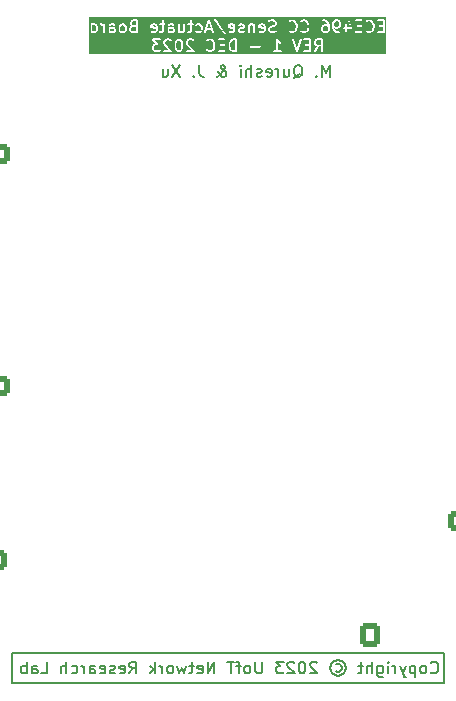
<source format=gbo>
%TF.GenerationSoftware,KiCad,Pcbnew,7.0.9*%
%TF.CreationDate,2023-12-28T11:13:05-05:00*%
%TF.ProjectId,esp32_sensor_node,65737033-325f-4736-956e-736f725f6e6f,rev?*%
%TF.SameCoordinates,Original*%
%TF.FileFunction,Legend,Bot*%
%TF.FilePolarity,Positive*%
%FSLAX46Y46*%
G04 Gerber Fmt 4.6, Leading zero omitted, Abs format (unit mm)*
G04 Created by KiCad (PCBNEW 7.0.9) date 2023-12-28 11:13:05*
%MOMM*%
%LPD*%
G01*
G04 APERTURE LIST*
G04 Aperture macros list*
%AMRoundRect*
0 Rectangle with rounded corners*
0 $1 Rounding radius*
0 $2 $3 $4 $5 $6 $7 $8 $9 X,Y pos of 4 corners*
0 Add a 4 corners polygon primitive as box body*
4,1,4,$2,$3,$4,$5,$6,$7,$8,$9,$2,$3,0*
0 Add four circle primitives for the rounded corners*
1,1,$1+$1,$2,$3*
1,1,$1+$1,$4,$5*
1,1,$1+$1,$6,$7*
1,1,$1+$1,$8,$9*
0 Add four rect primitives between the rounded corners*
20,1,$1+$1,$2,$3,$4,$5,0*
20,1,$1+$1,$4,$5,$6,$7,0*
20,1,$1+$1,$6,$7,$8,$9,0*
20,1,$1+$1,$8,$9,$2,$3,0*%
G04 Aperture macros list end*
%ADD10C,0.150000*%
%ADD11RoundRect,0.250000X0.750000X-0.600000X0.750000X0.600000X-0.750000X0.600000X-0.750000X-0.600000X0*%
%ADD12O,2.000000X1.700000*%
%ADD13RoundRect,0.250000X0.725000X-0.600000X0.725000X0.600000X-0.725000X0.600000X-0.725000X-0.600000X0*%
%ADD14O,1.950000X1.700000*%
%ADD15C,3.200000*%
%ADD16R,1.700000X1.700000*%
%ADD17O,1.700000X1.700000*%
%ADD18RoundRect,0.250000X-0.750000X0.600000X-0.750000X-0.600000X0.750000X-0.600000X0.750000X0.600000X0*%
%ADD19RoundRect,0.250000X0.600000X0.725000X-0.600000X0.725000X-0.600000X-0.725000X0.600000X-0.725000X0*%
%ADD20O,1.700000X1.950000*%
G04 APERTURE END LIST*
D10*
X26593800Y-76200000D02*
X63220600Y-76200000D01*
X63220600Y-76200000D02*
X63220600Y-78790800D01*
X63220600Y-78790800D02*
X26593800Y-78790800D01*
X26593800Y-78790800D02*
X26593800Y-76200000D01*
G36*
X40842238Y-24372077D02*
G01*
X40872645Y-24402484D01*
X40911138Y-24479471D01*
X40954522Y-24653005D01*
X40954522Y-24872632D01*
X40911138Y-25046166D01*
X40872644Y-25123153D01*
X40842237Y-25153561D01*
X40773722Y-25187819D01*
X40713894Y-25187819D01*
X40645378Y-25153561D01*
X40614971Y-25123153D01*
X40576477Y-25046166D01*
X40533094Y-24872632D01*
X40533094Y-24653005D01*
X40576477Y-24479471D01*
X40614971Y-24402484D01*
X40645378Y-24372077D01*
X40713894Y-24337819D01*
X40773722Y-24337819D01*
X40842238Y-24372077D01*
G37*
G36*
X45525951Y-25187819D02*
G01*
X45375026Y-25187819D01*
X45260513Y-25149648D01*
X45186400Y-25075534D01*
X45147906Y-24998547D01*
X45104523Y-24825013D01*
X45104523Y-24700624D01*
X45147906Y-24527090D01*
X45186400Y-24450103D01*
X45260513Y-24375990D01*
X45375026Y-24337819D01*
X45525951Y-24337819D01*
X45525951Y-25187819D01*
G37*
G36*
X52764047Y-24711628D02*
G01*
X52475800Y-24711628D01*
X52407284Y-24677370D01*
X52376877Y-24646963D01*
X52342619Y-24578447D01*
X52342619Y-24471000D01*
X52376877Y-24402484D01*
X52407284Y-24372077D01*
X52475800Y-24337819D01*
X52764047Y-24337819D01*
X52764047Y-24711628D01*
G37*
G36*
X33675570Y-23095410D02*
G01*
X33705977Y-23125817D01*
X33740235Y-23194333D01*
X33740235Y-23444637D01*
X33705976Y-23513153D01*
X33675569Y-23543561D01*
X33607054Y-23577819D01*
X33451988Y-23577819D01*
X33414045Y-23558847D01*
X33414045Y-23080123D01*
X33451988Y-23061152D01*
X33607054Y-23061152D01*
X33675570Y-23095410D01*
G37*
G36*
X34958093Y-23346866D02*
G01*
X35178483Y-23346866D01*
X35235524Y-23375386D01*
X35264045Y-23432428D01*
X35264045Y-23492256D01*
X35235524Y-23549298D01*
X35178483Y-23577819D01*
X34975798Y-23577819D01*
X34937855Y-23558847D01*
X34937855Y-23343297D01*
X34958093Y-23346866D01*
G37*
G36*
X36104142Y-23095410D02*
G01*
X36134549Y-23125817D01*
X36168807Y-23194333D01*
X36168807Y-23444637D01*
X36134548Y-23513153D01*
X36104141Y-23543561D01*
X36035626Y-23577819D01*
X35928179Y-23577819D01*
X35859663Y-23543561D01*
X35829256Y-23513153D01*
X35794998Y-23444637D01*
X35794998Y-23194333D01*
X35829256Y-23125817D01*
X35859663Y-23095410D01*
X35928179Y-23061152D01*
X36035626Y-23061152D01*
X36104142Y-23095410D01*
G37*
G36*
X37121188Y-23577819D02*
G01*
X36832941Y-23577819D01*
X36764425Y-23543561D01*
X36734018Y-23513153D01*
X36699760Y-23444637D01*
X36699760Y-23337190D01*
X36734018Y-23268674D01*
X36760512Y-23242180D01*
X36875025Y-23204009D01*
X37121188Y-23204009D01*
X37121188Y-23577819D01*
G37*
G36*
X37121188Y-23054009D02*
G01*
X36880560Y-23054009D01*
X36812044Y-23019751D01*
X36781637Y-22989344D01*
X36747379Y-22920828D01*
X36747379Y-22861000D01*
X36781637Y-22792484D01*
X36812044Y-22762077D01*
X36880560Y-22727819D01*
X37121188Y-22727819D01*
X37121188Y-23054009D01*
G37*
G36*
X38759334Y-23089672D02*
G01*
X38787855Y-23146714D01*
X38787855Y-23227999D01*
X38461665Y-23162761D01*
X38461665Y-23146714D01*
X38490185Y-23089672D01*
X38547227Y-23061152D01*
X38702293Y-23061152D01*
X38759334Y-23089672D01*
G37*
G36*
X39958094Y-23346866D02*
G01*
X40178484Y-23346866D01*
X40235525Y-23375386D01*
X40264046Y-23432428D01*
X40264046Y-23492256D01*
X40235525Y-23549298D01*
X40178484Y-23577819D01*
X39975799Y-23577819D01*
X39937856Y-23558847D01*
X39937856Y-23343297D01*
X39958094Y-23346866D01*
G37*
G36*
X45330764Y-23089672D02*
G01*
X45359285Y-23146714D01*
X45359285Y-23227999D01*
X45033095Y-23162761D01*
X45033095Y-23146714D01*
X45061615Y-23089672D01*
X45118657Y-23061152D01*
X45273723Y-23061152D01*
X45330764Y-23089672D01*
G37*
G36*
X47902193Y-23089672D02*
G01*
X47930714Y-23146714D01*
X47930714Y-23227999D01*
X47604524Y-23162761D01*
X47604524Y-23146714D01*
X47633044Y-23089672D01*
X47690086Y-23061152D01*
X47845152Y-23061152D01*
X47902193Y-23089672D01*
G37*
G36*
X53294621Y-23143029D02*
G01*
X53325028Y-23173436D01*
X53359286Y-23241952D01*
X53359286Y-23444637D01*
X53325027Y-23513153D01*
X53294620Y-23543561D01*
X53226105Y-23577819D01*
X53071039Y-23577819D01*
X53002523Y-23543561D01*
X52972116Y-23513153D01*
X52937858Y-23444637D01*
X52937858Y-23241952D01*
X52972116Y-23173436D01*
X53002523Y-23143029D01*
X53071039Y-23108771D01*
X53226105Y-23108771D01*
X53294621Y-23143029D01*
G37*
G36*
X54247002Y-22762077D02*
G01*
X54277409Y-22792484D01*
X54311667Y-22861000D01*
X54311667Y-23063685D01*
X54277409Y-23132201D01*
X54247002Y-23162608D01*
X54178486Y-23196866D01*
X54023420Y-23196866D01*
X53954904Y-23162608D01*
X53924497Y-23132201D01*
X53890239Y-23063685D01*
X53890239Y-22861000D01*
X53924497Y-22792484D01*
X53954904Y-22762077D01*
X54023420Y-22727819D01*
X54178486Y-22727819D01*
X54247002Y-22762077D01*
G37*
G36*
X43425466Y-23292104D02*
G01*
X43157390Y-23292104D01*
X43291428Y-22889989D01*
X43425466Y-23292104D01*
G37*
G36*
X58318810Y-25480676D02*
G01*
X33121188Y-25480676D01*
X33121188Y-25072342D01*
X38478332Y-25072342D01*
X38479865Y-25076555D01*
X38478824Y-25080916D01*
X38486250Y-25105883D01*
X38533869Y-25201121D01*
X38535057Y-25202246D01*
X38547917Y-25220612D01*
X38595536Y-25268232D01*
X38597017Y-25268922D01*
X38615029Y-25282282D01*
X38710267Y-25329901D01*
X38714720Y-25330413D01*
X38718156Y-25333296D01*
X38743808Y-25337819D01*
X39029522Y-25337819D01*
X39033735Y-25336285D01*
X39038096Y-25337327D01*
X39063063Y-25329901D01*
X39158301Y-25282282D01*
X39159425Y-25281094D01*
X39177794Y-25268232D01*
X39225412Y-25220613D01*
X39247093Y-25174116D01*
X39233815Y-25124561D01*
X39191790Y-25095135D01*
X39140682Y-25099607D01*
X39119345Y-25114548D01*
X39080332Y-25153561D01*
X39011817Y-25187819D01*
X38761513Y-25187819D01*
X38692997Y-25153561D01*
X38662590Y-25123153D01*
X38628332Y-25054637D01*
X38628332Y-24851952D01*
X38662590Y-24783436D01*
X38692997Y-24753029D01*
X38761513Y-24718771D01*
X38886665Y-24718771D01*
X38905664Y-24711855D01*
X38925501Y-24707933D01*
X38929251Y-24703270D01*
X38934874Y-24701224D01*
X38944983Y-24683714D01*
X38957658Y-24667959D01*
X38957534Y-24661976D01*
X38960526Y-24656795D01*
X38957014Y-24636881D01*
X38956596Y-24616667D01*
X38952156Y-24609333D01*
X38951617Y-24606271D01*
X38948947Y-24604031D01*
X38943108Y-24594383D01*
X38902989Y-24548533D01*
X39430713Y-24548533D01*
X39431273Y-24550071D01*
X39434562Y-24572250D01*
X39482181Y-24715107D01*
X39484968Y-24718619D01*
X39485359Y-24723086D01*
X39500299Y-24744423D01*
X39943694Y-25187819D01*
X39505713Y-25187819D01*
X39457504Y-25205366D01*
X39431852Y-25249795D01*
X39440761Y-25300319D01*
X39480061Y-25333296D01*
X39505713Y-25337819D01*
X40124760Y-25337819D01*
X40145971Y-25330098D01*
X40167778Y-25324256D01*
X40169746Y-25321444D01*
X40172969Y-25320272D01*
X40184254Y-25300726D01*
X40197205Y-25282231D01*
X40196906Y-25278813D01*
X40198621Y-25275843D01*
X40194701Y-25253616D01*
X40192734Y-25231123D01*
X40190062Y-25227308D01*
X40189712Y-25225319D01*
X40187185Y-25223198D01*
X40177793Y-25209786D01*
X39849874Y-24881866D01*
X40383094Y-24881866D01*
X40384279Y-24885123D01*
X40385333Y-24900056D01*
X40432952Y-25090532D01*
X40434940Y-25093476D01*
X40438631Y-25105883D01*
X40486250Y-25201121D01*
X40487438Y-25202246D01*
X40500298Y-25220612D01*
X40547917Y-25268232D01*
X40549398Y-25268922D01*
X40567410Y-25282282D01*
X40662648Y-25329901D01*
X40667101Y-25330413D01*
X40670537Y-25333296D01*
X40696189Y-25337819D01*
X40791427Y-25337819D01*
X40795640Y-25336285D01*
X40800001Y-25337327D01*
X40824968Y-25329901D01*
X40920206Y-25282282D01*
X40921330Y-25281094D01*
X40939699Y-25268232D01*
X40987317Y-25220613D01*
X40988007Y-25219131D01*
X41001366Y-25201121D01*
X41048985Y-25105883D01*
X41049391Y-25102354D01*
X41054664Y-25090532D01*
X41102283Y-24900056D01*
X41101922Y-24896607D01*
X41104522Y-24881866D01*
X41104522Y-24643771D01*
X41103336Y-24640513D01*
X41102283Y-24625581D01*
X41083021Y-24548533D01*
X41335475Y-24548533D01*
X41336035Y-24550071D01*
X41339324Y-24572250D01*
X41386943Y-24715107D01*
X41389730Y-24718619D01*
X41390121Y-24723086D01*
X41405061Y-24744423D01*
X41848456Y-25187819D01*
X41410475Y-25187819D01*
X41362266Y-25205366D01*
X41336614Y-25249795D01*
X41345523Y-25300319D01*
X41384823Y-25333296D01*
X41410475Y-25337819D01*
X42029522Y-25337819D01*
X42050733Y-25330098D01*
X42072540Y-25324256D01*
X42074508Y-25321444D01*
X42077731Y-25320272D01*
X42089016Y-25300726D01*
X42101967Y-25282231D01*
X42101668Y-25278813D01*
X42103383Y-25275843D01*
X42099463Y-25253616D01*
X42097496Y-25231123D01*
X42094824Y-25227308D01*
X42094474Y-25225319D01*
X42091947Y-25223198D01*
X42082555Y-25209786D01*
X41523646Y-24650876D01*
X41485475Y-24536362D01*
X41485475Y-24471000D01*
X41519733Y-24402484D01*
X41550140Y-24372077D01*
X41618656Y-24337819D01*
X41821341Y-24337819D01*
X41889857Y-24372077D01*
X41928870Y-24411090D01*
X41975366Y-24432771D01*
X42024921Y-24419494D01*
X42054347Y-24377468D01*
X42052077Y-24351521D01*
X43050047Y-24351521D01*
X43063324Y-24401075D01*
X43105350Y-24430502D01*
X43156457Y-24426030D01*
X43177794Y-24411090D01*
X43212894Y-24375990D01*
X43327407Y-24337819D01*
X43398305Y-24337819D01*
X43512818Y-24375990D01*
X43586931Y-24450103D01*
X43625424Y-24527090D01*
X43668808Y-24700624D01*
X43668808Y-24825013D01*
X43625424Y-24998547D01*
X43586930Y-25075534D01*
X43512818Y-25149647D01*
X43398305Y-25187819D01*
X43327407Y-25187819D01*
X43212894Y-25149648D01*
X43177795Y-25114548D01*
X43131298Y-25092866D01*
X43081743Y-25106143D01*
X43052317Y-25148168D01*
X43056787Y-25199275D01*
X43071727Y-25220612D01*
X43119346Y-25268232D01*
X43123410Y-25270127D01*
X43125758Y-25273948D01*
X43148663Y-25286351D01*
X43291519Y-25333970D01*
X43293154Y-25333925D01*
X43315237Y-25337819D01*
X43410475Y-25337819D01*
X43412013Y-25337258D01*
X43434192Y-25333970D01*
X43577049Y-25286351D01*
X43580561Y-25283563D01*
X43585028Y-25283173D01*
X43606365Y-25268233D01*
X43624803Y-25249795D01*
X44050900Y-25249795D01*
X44059809Y-25300319D01*
X44099109Y-25333296D01*
X44124761Y-25337819D01*
X44600951Y-25337819D01*
X44619259Y-25331155D01*
X44638451Y-25327771D01*
X44642801Y-25322586D01*
X44649160Y-25320272D01*
X44658902Y-25303398D01*
X44671428Y-25288471D01*
X44673145Y-25278728D01*
X44674812Y-25275843D01*
X44674233Y-25272560D01*
X44675951Y-25262819D01*
X44675951Y-24834247D01*
X44954523Y-24834247D01*
X44955708Y-24837504D01*
X44956762Y-24852437D01*
X45004381Y-25042913D01*
X45006369Y-25045857D01*
X45010060Y-25058264D01*
X45057679Y-25153502D01*
X45058865Y-25154625D01*
X45071728Y-25172994D01*
X45166966Y-25268233D01*
X45171030Y-25270128D01*
X45173377Y-25273948D01*
X45196282Y-25286351D01*
X45339138Y-25333970D01*
X45340773Y-25333925D01*
X45362856Y-25337819D01*
X45600951Y-25337819D01*
X45619259Y-25331155D01*
X45638451Y-25327771D01*
X45642801Y-25322586D01*
X45649160Y-25320272D01*
X45658902Y-25303398D01*
X45671428Y-25288471D01*
X45673145Y-25278728D01*
X45674812Y-25275843D01*
X45674233Y-25272560D01*
X45675951Y-25262819D01*
X45675951Y-25249795D01*
X48717567Y-25249795D01*
X48726476Y-25300319D01*
X48765776Y-25333296D01*
X48791428Y-25337819D01*
X49362856Y-25337819D01*
X49411065Y-25320272D01*
X49436717Y-25275843D01*
X49427808Y-25225319D01*
X49388508Y-25192342D01*
X49362856Y-25187819D01*
X49152142Y-25187819D01*
X49152142Y-24491504D01*
X49214585Y-24553947D01*
X49216066Y-24554637D01*
X49234077Y-24567996D01*
X49329315Y-24615615D01*
X49380281Y-24621480D01*
X49423094Y-24593214D01*
X49437721Y-24544039D01*
X49417318Y-24496968D01*
X49396397Y-24481451D01*
X49312045Y-24439275D01*
X49230664Y-24357894D01*
X49165915Y-24260770D01*
X50335504Y-24260770D01*
X50339325Y-24286536D01*
X50672658Y-25286536D01*
X50674000Y-25288227D01*
X50674059Y-25290386D01*
X50689808Y-25308147D01*
X50704549Y-25326722D01*
X50706662Y-25327154D01*
X50708096Y-25328771D01*
X50731566Y-25332251D01*
X50754810Y-25337008D01*
X50756709Y-25335979D01*
X50758845Y-25336296D01*
X50779058Y-25323877D01*
X50799924Y-25312579D01*
X50800717Y-25310571D01*
X50802557Y-25309441D01*
X50814960Y-25286536D01*
X50827207Y-25249795D01*
X51288996Y-25249795D01*
X51297905Y-25300319D01*
X51337205Y-25333296D01*
X51362857Y-25337819D01*
X51839047Y-25337819D01*
X51857355Y-25331155D01*
X51876547Y-25327771D01*
X51880897Y-25322586D01*
X51887256Y-25320272D01*
X51896998Y-25303398D01*
X51909524Y-25288471D01*
X51911241Y-25278728D01*
X51912908Y-25275843D01*
X51912329Y-25272560D01*
X51914047Y-25262819D01*
X51914047Y-24596152D01*
X52192619Y-24596152D01*
X52194152Y-24600365D01*
X52193111Y-24604726D01*
X52200537Y-24629693D01*
X52248156Y-24724931D01*
X52249345Y-24726056D01*
X52262205Y-24744423D01*
X52309824Y-24792042D01*
X52311305Y-24792733D01*
X52329316Y-24806091D01*
X52424554Y-24853710D01*
X52429007Y-24854222D01*
X52432443Y-24857105D01*
X52457034Y-24861440D01*
X52206177Y-25219809D01*
X52192906Y-25269366D01*
X52214593Y-25315860D01*
X52261093Y-25337535D01*
X52310646Y-25324250D01*
X52329061Y-25305829D01*
X52640001Y-24861628D01*
X52764047Y-24861628D01*
X52764047Y-25262819D01*
X52781594Y-25311028D01*
X52826023Y-25336680D01*
X52876547Y-25327771D01*
X52909524Y-25288471D01*
X52914047Y-25262819D01*
X52914047Y-24262819D01*
X52907383Y-24244510D01*
X52903999Y-24225319D01*
X52898814Y-24220968D01*
X52896500Y-24214610D01*
X52879626Y-24204867D01*
X52864699Y-24192342D01*
X52854956Y-24190624D01*
X52852071Y-24188958D01*
X52848788Y-24189536D01*
X52839047Y-24187819D01*
X52458095Y-24187819D01*
X52453881Y-24189352D01*
X52449520Y-24188311D01*
X52424554Y-24195737D01*
X52329316Y-24243356D01*
X52328190Y-24244545D01*
X52309824Y-24257405D01*
X52262205Y-24305024D01*
X52261514Y-24306505D01*
X52248156Y-24324516D01*
X52200537Y-24419754D01*
X52200024Y-24424207D01*
X52197142Y-24427643D01*
X52192619Y-24453295D01*
X52192619Y-24596152D01*
X51914047Y-24596152D01*
X51914047Y-24262819D01*
X51907383Y-24244510D01*
X51903999Y-24225319D01*
X51898814Y-24220968D01*
X51896500Y-24214610D01*
X51879626Y-24204867D01*
X51864699Y-24192342D01*
X51854956Y-24190624D01*
X51852071Y-24188958D01*
X51848788Y-24189536D01*
X51839047Y-24187819D01*
X51362857Y-24187819D01*
X51314648Y-24205366D01*
X51288996Y-24249795D01*
X51297905Y-24300319D01*
X51337205Y-24333296D01*
X51362857Y-24337819D01*
X51764047Y-24337819D01*
X51764047Y-24664009D01*
X51505714Y-24664009D01*
X51457505Y-24681556D01*
X51431853Y-24725985D01*
X51440762Y-24776509D01*
X51480062Y-24809486D01*
X51505714Y-24814009D01*
X51764047Y-24814009D01*
X51764047Y-25187819D01*
X51362857Y-25187819D01*
X51314648Y-25205366D01*
X51288996Y-25249795D01*
X50827207Y-25249795D01*
X51148293Y-24286536D01*
X51146892Y-24235253D01*
X51112854Y-24196867D01*
X51062106Y-24189342D01*
X51018393Y-24216197D01*
X51005991Y-24239102D01*
X50743809Y-25025648D01*
X50481627Y-24239102D01*
X50449736Y-24198916D01*
X50399475Y-24188630D01*
X50354361Y-24213059D01*
X50335504Y-24260770D01*
X49165915Y-24260770D01*
X49139546Y-24221216D01*
X49136069Y-24218661D01*
X49134595Y-24214610D01*
X49115745Y-24203726D01*
X49098204Y-24190837D01*
X49093901Y-24191114D01*
X49090166Y-24188958D01*
X49068728Y-24192738D01*
X49047008Y-24194139D01*
X49043889Y-24197118D01*
X49039642Y-24197867D01*
X49025649Y-24214542D01*
X49009911Y-24229577D01*
X49009436Y-24233863D01*
X49006665Y-24237167D01*
X49002142Y-24262819D01*
X49002142Y-25187819D01*
X48791428Y-25187819D01*
X48743219Y-25205366D01*
X48717567Y-25249795D01*
X45675951Y-25249795D01*
X45675951Y-24868842D01*
X46765186Y-24868842D01*
X46774095Y-24919366D01*
X46813395Y-24952343D01*
X46839047Y-24956866D01*
X47600951Y-24956866D01*
X47649160Y-24939319D01*
X47674812Y-24894890D01*
X47665903Y-24844366D01*
X47626603Y-24811389D01*
X47600951Y-24806866D01*
X46839047Y-24806866D01*
X46790838Y-24824413D01*
X46765186Y-24868842D01*
X45675951Y-24868842D01*
X45675951Y-24262819D01*
X45669287Y-24244510D01*
X45665903Y-24225319D01*
X45660718Y-24220968D01*
X45658404Y-24214610D01*
X45641530Y-24204867D01*
X45626603Y-24192342D01*
X45616860Y-24190624D01*
X45613975Y-24188958D01*
X45610692Y-24189536D01*
X45600951Y-24187819D01*
X45362856Y-24187819D01*
X45361318Y-24188378D01*
X45339138Y-24191668D01*
X45196282Y-24239287D01*
X45192771Y-24242073D01*
X45188303Y-24242464D01*
X45166966Y-24257405D01*
X45071728Y-24352643D01*
X45071037Y-24354124D01*
X45057679Y-24372135D01*
X45010060Y-24467373D01*
X45009653Y-24470901D01*
X45004381Y-24482724D01*
X44956762Y-24673200D01*
X44957122Y-24676648D01*
X44954523Y-24691390D01*
X44954523Y-24834247D01*
X44675951Y-24834247D01*
X44675951Y-24262819D01*
X44669287Y-24244510D01*
X44665903Y-24225319D01*
X44660718Y-24220968D01*
X44658404Y-24214610D01*
X44641530Y-24204867D01*
X44626603Y-24192342D01*
X44616860Y-24190624D01*
X44613975Y-24188958D01*
X44610692Y-24189536D01*
X44600951Y-24187819D01*
X44124761Y-24187819D01*
X44076552Y-24205366D01*
X44050900Y-24249795D01*
X44059809Y-24300319D01*
X44099109Y-24333296D01*
X44124761Y-24337819D01*
X44525951Y-24337819D01*
X44525951Y-24664009D01*
X44267618Y-24664009D01*
X44219409Y-24681556D01*
X44193757Y-24725985D01*
X44202666Y-24776509D01*
X44241966Y-24809486D01*
X44267618Y-24814009D01*
X44525951Y-24814009D01*
X44525951Y-25187819D01*
X44124761Y-25187819D01*
X44076552Y-25205366D01*
X44050900Y-25249795D01*
X43624803Y-25249795D01*
X43701604Y-25172993D01*
X43702295Y-25171510D01*
X43715652Y-25153502D01*
X43763271Y-25058264D01*
X43763677Y-25054735D01*
X43768950Y-25042913D01*
X43816569Y-24852437D01*
X43816208Y-24848988D01*
X43818808Y-24834247D01*
X43818808Y-24691390D01*
X43817622Y-24688132D01*
X43816569Y-24673200D01*
X43768950Y-24482724D01*
X43766961Y-24479779D01*
X43763271Y-24467373D01*
X43715652Y-24372135D01*
X43714465Y-24371011D01*
X43701603Y-24352643D01*
X43606365Y-24257405D01*
X43602301Y-24255510D01*
X43599954Y-24251689D01*
X43577049Y-24239287D01*
X43434192Y-24191668D01*
X43432557Y-24191712D01*
X43410475Y-24187819D01*
X43315237Y-24187819D01*
X43313699Y-24188378D01*
X43291519Y-24191668D01*
X43148663Y-24239287D01*
X43145150Y-24242074D01*
X43140684Y-24242465D01*
X43119347Y-24257405D01*
X43071728Y-24305024D01*
X43050047Y-24351521D01*
X42052077Y-24351521D01*
X42049876Y-24326361D01*
X42034936Y-24305024D01*
X41987317Y-24257405D01*
X41985835Y-24256714D01*
X41967825Y-24243356D01*
X41872587Y-24195737D01*
X41868133Y-24195224D01*
X41864698Y-24192342D01*
X41839046Y-24187819D01*
X41600951Y-24187819D01*
X41596737Y-24189352D01*
X41592376Y-24188311D01*
X41567410Y-24195737D01*
X41472172Y-24243356D01*
X41471046Y-24244545D01*
X41452680Y-24257405D01*
X41405061Y-24305024D01*
X41404370Y-24306505D01*
X41391012Y-24324516D01*
X41343393Y-24419754D01*
X41342880Y-24424207D01*
X41339998Y-24427643D01*
X41335475Y-24453295D01*
X41335475Y-24548533D01*
X41083021Y-24548533D01*
X41054664Y-24435105D01*
X41052675Y-24432160D01*
X41048985Y-24419754D01*
X41001366Y-24324516D01*
X41000176Y-24323390D01*
X40987317Y-24305024D01*
X40939698Y-24257405D01*
X40938216Y-24256714D01*
X40920206Y-24243356D01*
X40824968Y-24195737D01*
X40820514Y-24195224D01*
X40817079Y-24192342D01*
X40791427Y-24187819D01*
X40696189Y-24187819D01*
X40691975Y-24189352D01*
X40687614Y-24188311D01*
X40662648Y-24195737D01*
X40567410Y-24243356D01*
X40566284Y-24244545D01*
X40547918Y-24257405D01*
X40500299Y-24305024D01*
X40499608Y-24306505D01*
X40486250Y-24324516D01*
X40438631Y-24419754D01*
X40438224Y-24423282D01*
X40432952Y-24435105D01*
X40385333Y-24625581D01*
X40385693Y-24629029D01*
X40383094Y-24643771D01*
X40383094Y-24881866D01*
X39849874Y-24881866D01*
X39618884Y-24650876D01*
X39580713Y-24536362D01*
X39580713Y-24471000D01*
X39614971Y-24402484D01*
X39645378Y-24372077D01*
X39713894Y-24337819D01*
X39916579Y-24337819D01*
X39985095Y-24372077D01*
X40024108Y-24411090D01*
X40070604Y-24432771D01*
X40120159Y-24419494D01*
X40149585Y-24377468D01*
X40145114Y-24326361D01*
X40130174Y-24305024D01*
X40082555Y-24257405D01*
X40081073Y-24256714D01*
X40063063Y-24243356D01*
X39967825Y-24195737D01*
X39963371Y-24195224D01*
X39959936Y-24192342D01*
X39934284Y-24187819D01*
X39696189Y-24187819D01*
X39691975Y-24189352D01*
X39687614Y-24188311D01*
X39662648Y-24195737D01*
X39567410Y-24243356D01*
X39566284Y-24244545D01*
X39547918Y-24257405D01*
X39500299Y-24305024D01*
X39499608Y-24306505D01*
X39486250Y-24324516D01*
X39438631Y-24419754D01*
X39438118Y-24424207D01*
X39435236Y-24427643D01*
X39430713Y-24453295D01*
X39430713Y-24548533D01*
X38902989Y-24548533D01*
X38718614Y-24337819D01*
X39172379Y-24337819D01*
X39220588Y-24320272D01*
X39246240Y-24275843D01*
X39237331Y-24225319D01*
X39198031Y-24192342D01*
X39172379Y-24187819D01*
X38553332Y-24187819D01*
X38534332Y-24194734D01*
X38514496Y-24198657D01*
X38510745Y-24203319D01*
X38505123Y-24205366D01*
X38495012Y-24222877D01*
X38482339Y-24238632D01*
X38482462Y-24244613D01*
X38479471Y-24249795D01*
X38482982Y-24269708D01*
X38483401Y-24289923D01*
X38487840Y-24297256D01*
X38488380Y-24300319D01*
X38491049Y-24302558D01*
X38496889Y-24312207D01*
X38724584Y-24572430D01*
X38710267Y-24576689D01*
X38615029Y-24624308D01*
X38613903Y-24625497D01*
X38595537Y-24638357D01*
X38547918Y-24685976D01*
X38547227Y-24687457D01*
X38533869Y-24705468D01*
X38486250Y-24800706D01*
X38485737Y-24805159D01*
X38482855Y-24808595D01*
X38478332Y-24834247D01*
X38478332Y-25072342D01*
X33121188Y-25072342D01*
X33121188Y-23652819D01*
X33264045Y-23652819D01*
X33281592Y-23701028D01*
X33326021Y-23726680D01*
X33376545Y-23717771D01*
X33382437Y-23710748D01*
X33400742Y-23719901D01*
X33405195Y-23720413D01*
X33408631Y-23723296D01*
X33434283Y-23727819D01*
X33624759Y-23727819D01*
X33628972Y-23726285D01*
X33633333Y-23727327D01*
X33658300Y-23719901D01*
X33753538Y-23672282D01*
X33754662Y-23671094D01*
X33773031Y-23658232D01*
X33820649Y-23610613D01*
X33821339Y-23609131D01*
X33834698Y-23591121D01*
X33882317Y-23495883D01*
X33882829Y-23491429D01*
X33885712Y-23487994D01*
X33890235Y-23462342D01*
X33890235Y-23176628D01*
X33888701Y-23172414D01*
X33889743Y-23168053D01*
X33882317Y-23143087D01*
X33834698Y-23047849D01*
X33833508Y-23046723D01*
X33820649Y-23028357D01*
X33773030Y-22980738D01*
X33771548Y-22980047D01*
X33762219Y-22973128D01*
X34027089Y-22973128D01*
X34035998Y-23023652D01*
X34075298Y-23056629D01*
X34100950Y-23061152D01*
X34178483Y-23061152D01*
X34246999Y-23095410D01*
X34277406Y-23125817D01*
X34311664Y-23194333D01*
X34311664Y-23652819D01*
X34329211Y-23701028D01*
X34373640Y-23726680D01*
X34424164Y-23717771D01*
X34457141Y-23678471D01*
X34461664Y-23652819D01*
X34787855Y-23652819D01*
X34805402Y-23701028D01*
X34849831Y-23726680D01*
X34900355Y-23717771D01*
X34906247Y-23710748D01*
X34924552Y-23719901D01*
X34929005Y-23720413D01*
X34932441Y-23723296D01*
X34958093Y-23727819D01*
X35196188Y-23727819D01*
X35200401Y-23726285D01*
X35204762Y-23727327D01*
X35229729Y-23719901D01*
X35324967Y-23672282D01*
X35332686Y-23664128D01*
X35342991Y-23659662D01*
X35358508Y-23638741D01*
X35406127Y-23543502D01*
X35406639Y-23539048D01*
X35409522Y-23535613D01*
X35414045Y-23509961D01*
X35414045Y-23462342D01*
X35644998Y-23462342D01*
X35646531Y-23466555D01*
X35645490Y-23470916D01*
X35652916Y-23495883D01*
X35700535Y-23591121D01*
X35701723Y-23592246D01*
X35714583Y-23610612D01*
X35762202Y-23658232D01*
X35763683Y-23658922D01*
X35781695Y-23672282D01*
X35876933Y-23719901D01*
X35881386Y-23720413D01*
X35884822Y-23723296D01*
X35910474Y-23727819D01*
X36053331Y-23727819D01*
X36057544Y-23726285D01*
X36061905Y-23727327D01*
X36086872Y-23719901D01*
X36182110Y-23672282D01*
X36183234Y-23671094D01*
X36201603Y-23658232D01*
X36249221Y-23610613D01*
X36249911Y-23609131D01*
X36263270Y-23591121D01*
X36310889Y-23495883D01*
X36311401Y-23491429D01*
X36314284Y-23487994D01*
X36318807Y-23462342D01*
X36549760Y-23462342D01*
X36551293Y-23466555D01*
X36550252Y-23470916D01*
X36557678Y-23495883D01*
X36605297Y-23591121D01*
X36606485Y-23592246D01*
X36619345Y-23610612D01*
X36666964Y-23658232D01*
X36668445Y-23658922D01*
X36686457Y-23672282D01*
X36781695Y-23719901D01*
X36786148Y-23720413D01*
X36789584Y-23723296D01*
X36815236Y-23727819D01*
X37196188Y-23727819D01*
X37214496Y-23721155D01*
X37233688Y-23717771D01*
X37238038Y-23712586D01*
X37244397Y-23710272D01*
X37254139Y-23693398D01*
X37266665Y-23678471D01*
X37268382Y-23668728D01*
X37270049Y-23665843D01*
X37269470Y-23662560D01*
X37271188Y-23652819D01*
X37271188Y-23224247D01*
X38311665Y-23224247D01*
X38315903Y-23235891D01*
X38315620Y-23248281D01*
X38324406Y-23259251D01*
X38329212Y-23272456D01*
X38339941Y-23278650D01*
X38347689Y-23288325D01*
X38371956Y-23297791D01*
X38787855Y-23380969D01*
X38787855Y-23492256D01*
X38759334Y-23549298D01*
X38702293Y-23577819D01*
X38547227Y-23577819D01*
X38467825Y-23538118D01*
X38416858Y-23532253D01*
X38374045Y-23560519D01*
X38359419Y-23609694D01*
X38379822Y-23656765D01*
X38400743Y-23672282D01*
X38495981Y-23719901D01*
X38500434Y-23720413D01*
X38503870Y-23723296D01*
X38529522Y-23727819D01*
X38719998Y-23727819D01*
X38724211Y-23726285D01*
X38728572Y-23727327D01*
X38753539Y-23719901D01*
X38848777Y-23672282D01*
X38856496Y-23664128D01*
X38866801Y-23659662D01*
X38881536Y-23639795D01*
X39074709Y-23639795D01*
X39083618Y-23690319D01*
X39122918Y-23723296D01*
X39148570Y-23727819D01*
X39243808Y-23727819D01*
X39248021Y-23726285D01*
X39252382Y-23727327D01*
X39277349Y-23719901D01*
X39372587Y-23672282D01*
X39380306Y-23664128D01*
X39390611Y-23659662D01*
X39395686Y-23652819D01*
X39787856Y-23652819D01*
X39805403Y-23701028D01*
X39849832Y-23726680D01*
X39900356Y-23717771D01*
X39906248Y-23710748D01*
X39924553Y-23719901D01*
X39929006Y-23720413D01*
X39932442Y-23723296D01*
X39958094Y-23727819D01*
X40196189Y-23727819D01*
X40200402Y-23726285D01*
X40204763Y-23727327D01*
X40229730Y-23719901D01*
X40324968Y-23672282D01*
X40332687Y-23664128D01*
X40342992Y-23659662D01*
X40348067Y-23652819D01*
X40692618Y-23652819D01*
X40710165Y-23701028D01*
X40754594Y-23726680D01*
X40805118Y-23717771D01*
X40825084Y-23693976D01*
X40876934Y-23719901D01*
X40881387Y-23720413D01*
X40884823Y-23723296D01*
X40910475Y-23727819D01*
X41053332Y-23727819D01*
X41057545Y-23726285D01*
X41061906Y-23727327D01*
X41086873Y-23719901D01*
X41182111Y-23672282D01*
X41189830Y-23664128D01*
X41200135Y-23659662D01*
X41214870Y-23639795D01*
X41455662Y-23639795D01*
X41464571Y-23690319D01*
X41503871Y-23723296D01*
X41529523Y-23727819D01*
X41624761Y-23727819D01*
X41628974Y-23726285D01*
X41633335Y-23727327D01*
X41658302Y-23719901D01*
X41753540Y-23672282D01*
X41761259Y-23664128D01*
X41771564Y-23659662D01*
X41787081Y-23638741D01*
X41801604Y-23609694D01*
X42121325Y-23609694D01*
X42141728Y-23656765D01*
X42162649Y-23672282D01*
X42257887Y-23719901D01*
X42262340Y-23720413D01*
X42265776Y-23723296D01*
X42291428Y-23727819D01*
X42481904Y-23727819D01*
X42486117Y-23726285D01*
X42490478Y-23727327D01*
X42515445Y-23719901D01*
X42610683Y-23672282D01*
X42611807Y-23671094D01*
X42630176Y-23658232D01*
X42659305Y-23629102D01*
X42886944Y-23629102D01*
X42888345Y-23680386D01*
X42922382Y-23718771D01*
X42973131Y-23726296D01*
X43016843Y-23699441D01*
X43029246Y-23676536D01*
X43107390Y-23442104D01*
X43475466Y-23442104D01*
X43553610Y-23676536D01*
X43585501Y-23716722D01*
X43635762Y-23727008D01*
X43680876Y-23702579D01*
X43699733Y-23654867D01*
X43695912Y-23629102D01*
X43362579Y-22629102D01*
X43361236Y-22627410D01*
X43361178Y-22625253D01*
X43359136Y-22622950D01*
X43742368Y-22622950D01*
X43752834Y-22646802D01*
X44609976Y-23932517D01*
X44651318Y-23962896D01*
X44702514Y-23959595D01*
X44739611Y-23924156D01*
X44745250Y-23873165D01*
X44734784Y-23849312D01*
X44318074Y-23224247D01*
X44883095Y-23224247D01*
X44887333Y-23235891D01*
X44887050Y-23248281D01*
X44895836Y-23259251D01*
X44900642Y-23272456D01*
X44911371Y-23278650D01*
X44919119Y-23288325D01*
X44943386Y-23297791D01*
X45359285Y-23380969D01*
X45359285Y-23492256D01*
X45330764Y-23549298D01*
X45273723Y-23577819D01*
X45118657Y-23577819D01*
X45039255Y-23538118D01*
X44988288Y-23532253D01*
X44945475Y-23560519D01*
X44930849Y-23609694D01*
X44951252Y-23656765D01*
X44972173Y-23672282D01*
X45067411Y-23719901D01*
X45071864Y-23720413D01*
X45075300Y-23723296D01*
X45100952Y-23727819D01*
X45291428Y-23727819D01*
X45295641Y-23726285D01*
X45300002Y-23727327D01*
X45324969Y-23719901D01*
X45420207Y-23672282D01*
X45427926Y-23664128D01*
X45438231Y-23659662D01*
X45453748Y-23638741D01*
X45501367Y-23543502D01*
X45501879Y-23539048D01*
X45504762Y-23535613D01*
X45509285Y-23509961D01*
X45740238Y-23509961D01*
X45741771Y-23514173D01*
X45740729Y-23518535D01*
X45748156Y-23543502D01*
X45795775Y-23638741D01*
X45803928Y-23646460D01*
X45808395Y-23656765D01*
X45829316Y-23672282D01*
X45924554Y-23719901D01*
X45929007Y-23720413D01*
X45932443Y-23723296D01*
X45958095Y-23727819D01*
X46148571Y-23727819D01*
X46152784Y-23726285D01*
X46157145Y-23727327D01*
X46182112Y-23719901D01*
X46277350Y-23672282D01*
X46295778Y-23652819D01*
X46597381Y-23652819D01*
X46614928Y-23701028D01*
X46659357Y-23726680D01*
X46709881Y-23717771D01*
X46742858Y-23678471D01*
X46747381Y-23652819D01*
X46747381Y-23146714D01*
X46775901Y-23089672D01*
X46832943Y-23061152D01*
X46940390Y-23061152D01*
X47008906Y-23095410D01*
X47025952Y-23112456D01*
X47025952Y-23652819D01*
X47043499Y-23701028D01*
X47087928Y-23726680D01*
X47138452Y-23717771D01*
X47171429Y-23678471D01*
X47175952Y-23652819D01*
X47175952Y-23224247D01*
X47454524Y-23224247D01*
X47458762Y-23235891D01*
X47458479Y-23248281D01*
X47467265Y-23259251D01*
X47472071Y-23272456D01*
X47482800Y-23278650D01*
X47490548Y-23288325D01*
X47514815Y-23297791D01*
X47930714Y-23380969D01*
X47930714Y-23492256D01*
X47902193Y-23549298D01*
X47845152Y-23577819D01*
X47690086Y-23577819D01*
X47610684Y-23538118D01*
X47559717Y-23532253D01*
X47516904Y-23560519D01*
X47502278Y-23609694D01*
X47522681Y-23656765D01*
X47543602Y-23672282D01*
X47638840Y-23719901D01*
X47643293Y-23720413D01*
X47646729Y-23723296D01*
X47672381Y-23727819D01*
X47862857Y-23727819D01*
X47867070Y-23726285D01*
X47871431Y-23727327D01*
X47896398Y-23719901D01*
X47991636Y-23672282D01*
X47999355Y-23664128D01*
X48009660Y-23659662D01*
X48025177Y-23638741D01*
X48072796Y-23543502D01*
X48073308Y-23539048D01*
X48076191Y-23535613D01*
X48080714Y-23509961D01*
X48080714Y-23462342D01*
X48311667Y-23462342D01*
X48313200Y-23466555D01*
X48312159Y-23470916D01*
X48319585Y-23495883D01*
X48367204Y-23591121D01*
X48368392Y-23592246D01*
X48381252Y-23610612D01*
X48428871Y-23658232D01*
X48430352Y-23658922D01*
X48448364Y-23672282D01*
X48543602Y-23719901D01*
X48548055Y-23720413D01*
X48551491Y-23723296D01*
X48577143Y-23727819D01*
X48815238Y-23727819D01*
X48816776Y-23727258D01*
X48838955Y-23723970D01*
X48981812Y-23676351D01*
X49021998Y-23644460D01*
X49032284Y-23594199D01*
X49007855Y-23549085D01*
X48960143Y-23530228D01*
X48934377Y-23534049D01*
X48803068Y-23577819D01*
X48594848Y-23577819D01*
X48526332Y-23543561D01*
X48495925Y-23513153D01*
X48461667Y-23444637D01*
X48461667Y-23384809D01*
X48495925Y-23316293D01*
X48526332Y-23285886D01*
X48603319Y-23247392D01*
X48785809Y-23201770D01*
X48788753Y-23199781D01*
X48801160Y-23196091D01*
X48896398Y-23148472D01*
X48897523Y-23147282D01*
X48915890Y-23134423D01*
X48963509Y-23086804D01*
X48964200Y-23085322D01*
X48977558Y-23067312D01*
X49025177Y-22972074D01*
X49025689Y-22967620D01*
X49028572Y-22964185D01*
X49033095Y-22938533D01*
X49033095Y-22843295D01*
X49031561Y-22839081D01*
X49032603Y-22834720D01*
X49025177Y-22809754D01*
X48991060Y-22741521D01*
X50026239Y-22741521D01*
X50039516Y-22791075D01*
X50081542Y-22820502D01*
X50132649Y-22816030D01*
X50153986Y-22801090D01*
X50189086Y-22765990D01*
X50303599Y-22727819D01*
X50374497Y-22727819D01*
X50489010Y-22765990D01*
X50563123Y-22840103D01*
X50601616Y-22917090D01*
X50645000Y-23090624D01*
X50645000Y-23215013D01*
X50601616Y-23388547D01*
X50563122Y-23465534D01*
X50489010Y-23539647D01*
X50374497Y-23577819D01*
X50303599Y-23577819D01*
X50189086Y-23539648D01*
X50153987Y-23504548D01*
X50107490Y-23482866D01*
X50057935Y-23496143D01*
X50028509Y-23538168D01*
X50032979Y-23589275D01*
X50047919Y-23610612D01*
X50095538Y-23658232D01*
X50099602Y-23660127D01*
X50101950Y-23663948D01*
X50124855Y-23676351D01*
X50267711Y-23723970D01*
X50269346Y-23723925D01*
X50291429Y-23727819D01*
X50386667Y-23727819D01*
X50388205Y-23727258D01*
X50410384Y-23723970D01*
X50553241Y-23676351D01*
X50556753Y-23673563D01*
X50561220Y-23673173D01*
X50582557Y-23658233D01*
X50677796Y-23562993D01*
X50678487Y-23561510D01*
X50691844Y-23543502D01*
X50739463Y-23448264D01*
X50739869Y-23444735D01*
X50745142Y-23432913D01*
X50792761Y-23242437D01*
X50792400Y-23238988D01*
X50795000Y-23224247D01*
X50795000Y-23081390D01*
X50793814Y-23078132D01*
X50792761Y-23063200D01*
X50745142Y-22872724D01*
X50743153Y-22869779D01*
X50739463Y-22857373D01*
X50691844Y-22762135D01*
X50690657Y-22761011D01*
X50677795Y-22742643D01*
X50676673Y-22741521D01*
X51026239Y-22741521D01*
X51039516Y-22791075D01*
X51081542Y-22820502D01*
X51132649Y-22816030D01*
X51153986Y-22801090D01*
X51189086Y-22765990D01*
X51303599Y-22727819D01*
X51374497Y-22727819D01*
X51489010Y-22765990D01*
X51563123Y-22840103D01*
X51601616Y-22917090D01*
X51645000Y-23090624D01*
X51645000Y-23215013D01*
X51601616Y-23388547D01*
X51563122Y-23465534D01*
X51489010Y-23539647D01*
X51374497Y-23577819D01*
X51303599Y-23577819D01*
X51189086Y-23539648D01*
X51153987Y-23504548D01*
X51107490Y-23482866D01*
X51057935Y-23496143D01*
X51028509Y-23538168D01*
X51032979Y-23589275D01*
X51047919Y-23610612D01*
X51095538Y-23658232D01*
X51099602Y-23660127D01*
X51101950Y-23663948D01*
X51124855Y-23676351D01*
X51267711Y-23723970D01*
X51269346Y-23723925D01*
X51291429Y-23727819D01*
X51386667Y-23727819D01*
X51388205Y-23727258D01*
X51410384Y-23723970D01*
X51553241Y-23676351D01*
X51556753Y-23673563D01*
X51561220Y-23673173D01*
X51582557Y-23658233D01*
X51677796Y-23562993D01*
X51678487Y-23561510D01*
X51691844Y-23543502D01*
X51732424Y-23462342D01*
X52787858Y-23462342D01*
X52789391Y-23466555D01*
X52788350Y-23470916D01*
X52795776Y-23495883D01*
X52843395Y-23591121D01*
X52844583Y-23592246D01*
X52857443Y-23610612D01*
X52905062Y-23658232D01*
X52906543Y-23658922D01*
X52924555Y-23672282D01*
X53019793Y-23719901D01*
X53024246Y-23720413D01*
X53027682Y-23723296D01*
X53053334Y-23727819D01*
X53243810Y-23727819D01*
X53248023Y-23726285D01*
X53252384Y-23727327D01*
X53277351Y-23719901D01*
X53372589Y-23672282D01*
X53373713Y-23671094D01*
X53392082Y-23658232D01*
X53439700Y-23610613D01*
X53440390Y-23609131D01*
X53453749Y-23591121D01*
X53501368Y-23495883D01*
X53501880Y-23491429D01*
X53504763Y-23487994D01*
X53509286Y-23462342D01*
X53509286Y-23224247D01*
X53740239Y-23224247D01*
X53741424Y-23227504D01*
X53742478Y-23242437D01*
X53790097Y-23432913D01*
X53790336Y-23433268D01*
X53800454Y-23456326D01*
X53895692Y-23599183D01*
X53898508Y-23601252D01*
X53905062Y-23610612D01*
X53952681Y-23658232D01*
X53954162Y-23658922D01*
X53972174Y-23672282D01*
X54067412Y-23719901D01*
X54071865Y-23720413D01*
X54075301Y-23723296D01*
X54100953Y-23727819D01*
X54291429Y-23727819D01*
X54339638Y-23710272D01*
X54365290Y-23665843D01*
X54356381Y-23615319D01*
X54317081Y-23582342D01*
X54291429Y-23577819D01*
X54118658Y-23577819D01*
X54050142Y-23543561D01*
X54016380Y-23509798D01*
X53932468Y-23383929D01*
X53913944Y-23309833D01*
X53972174Y-23338948D01*
X53976627Y-23339460D01*
X53980063Y-23342343D01*
X54005715Y-23346866D01*
X54196191Y-23346866D01*
X54200404Y-23345332D01*
X54204765Y-23346374D01*
X54229732Y-23338948D01*
X54294706Y-23306461D01*
X54646140Y-23306461D01*
X54655049Y-23356985D01*
X54694349Y-23389962D01*
X54720001Y-23394485D01*
X54787858Y-23394485D01*
X54787858Y-23652819D01*
X54805405Y-23701028D01*
X54849834Y-23726680D01*
X54900358Y-23717771D01*
X54933335Y-23678471D01*
X54937858Y-23652819D01*
X54937858Y-23639795D01*
X55646140Y-23639795D01*
X55655049Y-23690319D01*
X55694349Y-23723296D01*
X55720001Y-23727819D01*
X56196191Y-23727819D01*
X56214499Y-23721155D01*
X56233691Y-23717771D01*
X56238041Y-23712586D01*
X56244400Y-23710272D01*
X56254142Y-23693398D01*
X56266668Y-23678471D01*
X56268385Y-23668728D01*
X56270052Y-23665843D01*
X56269473Y-23662560D01*
X56271191Y-23652819D01*
X56271191Y-22741521D01*
X56550049Y-22741521D01*
X56563326Y-22791075D01*
X56605352Y-22820502D01*
X56656459Y-22816030D01*
X56677796Y-22801090D01*
X56712896Y-22765990D01*
X56827409Y-22727819D01*
X56898307Y-22727819D01*
X57012820Y-22765990D01*
X57086933Y-22840103D01*
X57125426Y-22917090D01*
X57168810Y-23090624D01*
X57168810Y-23215013D01*
X57125426Y-23388547D01*
X57086932Y-23465534D01*
X57012820Y-23539647D01*
X56898307Y-23577819D01*
X56827409Y-23577819D01*
X56712896Y-23539648D01*
X56677797Y-23504548D01*
X56631300Y-23482866D01*
X56581745Y-23496143D01*
X56552319Y-23538168D01*
X56556789Y-23589275D01*
X56571729Y-23610612D01*
X56619348Y-23658232D01*
X56623412Y-23660127D01*
X56625760Y-23663948D01*
X56648665Y-23676351D01*
X56791521Y-23723970D01*
X56793156Y-23723925D01*
X56815239Y-23727819D01*
X56910477Y-23727819D01*
X56912015Y-23727258D01*
X56934194Y-23723970D01*
X57077051Y-23676351D01*
X57080563Y-23673563D01*
X57085030Y-23673173D01*
X57106367Y-23658233D01*
X57124805Y-23639795D01*
X57550902Y-23639795D01*
X57559811Y-23690319D01*
X57599111Y-23723296D01*
X57624763Y-23727819D01*
X58100953Y-23727819D01*
X58119261Y-23721155D01*
X58138453Y-23717771D01*
X58142803Y-23712586D01*
X58149162Y-23710272D01*
X58158904Y-23693398D01*
X58171430Y-23678471D01*
X58173147Y-23668728D01*
X58174814Y-23665843D01*
X58174235Y-23662560D01*
X58175953Y-23652819D01*
X58175953Y-22652819D01*
X58169289Y-22634510D01*
X58165905Y-22615319D01*
X58160720Y-22610968D01*
X58158406Y-22604610D01*
X58141532Y-22594867D01*
X58126605Y-22582342D01*
X58116862Y-22580624D01*
X58113977Y-22578958D01*
X58110694Y-22579536D01*
X58100953Y-22577819D01*
X57624763Y-22577819D01*
X57576554Y-22595366D01*
X57550902Y-22639795D01*
X57559811Y-22690319D01*
X57599111Y-22723296D01*
X57624763Y-22727819D01*
X58025953Y-22727819D01*
X58025953Y-23054009D01*
X57767620Y-23054009D01*
X57719411Y-23071556D01*
X57693759Y-23115985D01*
X57702668Y-23166509D01*
X57741968Y-23199486D01*
X57767620Y-23204009D01*
X58025953Y-23204009D01*
X58025953Y-23577819D01*
X57624763Y-23577819D01*
X57576554Y-23595366D01*
X57550902Y-23639795D01*
X57124805Y-23639795D01*
X57201606Y-23562993D01*
X57202297Y-23561510D01*
X57215654Y-23543502D01*
X57263273Y-23448264D01*
X57263679Y-23444735D01*
X57268952Y-23432913D01*
X57316571Y-23242437D01*
X57316210Y-23238988D01*
X57318810Y-23224247D01*
X57318810Y-23081390D01*
X57317624Y-23078132D01*
X57316571Y-23063200D01*
X57268952Y-22872724D01*
X57266963Y-22869779D01*
X57263273Y-22857373D01*
X57215654Y-22762135D01*
X57214467Y-22761011D01*
X57201605Y-22742643D01*
X57106367Y-22647405D01*
X57102303Y-22645510D01*
X57099956Y-22641689D01*
X57077051Y-22629287D01*
X56934194Y-22581668D01*
X56932559Y-22581712D01*
X56910477Y-22577819D01*
X56815239Y-22577819D01*
X56813701Y-22578378D01*
X56791521Y-22581668D01*
X56648665Y-22629287D01*
X56645152Y-22632074D01*
X56640686Y-22632465D01*
X56619349Y-22647405D01*
X56571730Y-22695024D01*
X56550049Y-22741521D01*
X56271191Y-22741521D01*
X56271191Y-22652819D01*
X56264527Y-22634510D01*
X56261143Y-22615319D01*
X56255958Y-22610968D01*
X56253644Y-22604610D01*
X56236770Y-22594867D01*
X56221843Y-22582342D01*
X56212100Y-22580624D01*
X56209215Y-22578958D01*
X56205932Y-22579536D01*
X56196191Y-22577819D01*
X55720001Y-22577819D01*
X55671792Y-22595366D01*
X55646140Y-22639795D01*
X55655049Y-22690319D01*
X55694349Y-22723296D01*
X55720001Y-22727819D01*
X56121191Y-22727819D01*
X56121191Y-23054009D01*
X55862858Y-23054009D01*
X55814649Y-23071556D01*
X55788997Y-23115985D01*
X55797906Y-23166509D01*
X55837206Y-23199486D01*
X55862858Y-23204009D01*
X56121191Y-23204009D01*
X56121191Y-23577819D01*
X55720001Y-23577819D01*
X55671792Y-23595366D01*
X55646140Y-23639795D01*
X54937858Y-23639795D01*
X54937858Y-23394485D01*
X55339048Y-23394485D01*
X55344433Y-23392524D01*
X55350049Y-23393674D01*
X55368036Y-23383933D01*
X55387257Y-23376938D01*
X55390122Y-23371974D01*
X55395163Y-23369245D01*
X55402679Y-23350225D01*
X55412909Y-23332509D01*
X55411913Y-23326863D01*
X55414020Y-23321533D01*
X55410199Y-23295767D01*
X55172104Y-22581483D01*
X55140213Y-22541297D01*
X55089952Y-22531011D01*
X55044838Y-22555440D01*
X55025981Y-22603151D01*
X55029802Y-22628917D01*
X55234991Y-23244485D01*
X54937858Y-23244485D01*
X54937858Y-22986152D01*
X54920311Y-22937943D01*
X54875882Y-22912291D01*
X54825358Y-22921200D01*
X54792381Y-22960500D01*
X54787858Y-22986152D01*
X54787858Y-23244485D01*
X54720001Y-23244485D01*
X54671792Y-23262032D01*
X54646140Y-23306461D01*
X54294706Y-23306461D01*
X54324970Y-23291329D01*
X54326095Y-23290139D01*
X54344462Y-23277280D01*
X54392081Y-23229661D01*
X54392772Y-23228179D01*
X54406130Y-23210169D01*
X54453749Y-23114931D01*
X54454261Y-23110477D01*
X54457144Y-23107042D01*
X54461667Y-23081390D01*
X54461667Y-22843295D01*
X54460133Y-22839081D01*
X54461175Y-22834720D01*
X54453749Y-22809754D01*
X54406130Y-22714516D01*
X54404940Y-22713390D01*
X54392081Y-22695024D01*
X54344462Y-22647405D01*
X54342980Y-22646714D01*
X54324970Y-22633356D01*
X54229732Y-22585737D01*
X54225278Y-22585224D01*
X54221843Y-22582342D01*
X54196191Y-22577819D01*
X54005715Y-22577819D01*
X54001501Y-22579352D01*
X53997140Y-22578311D01*
X53972174Y-22585737D01*
X53876936Y-22633356D01*
X53875810Y-22634545D01*
X53857444Y-22647405D01*
X53809825Y-22695024D01*
X53809134Y-22696505D01*
X53795776Y-22714516D01*
X53748157Y-22809754D01*
X53747644Y-22814207D01*
X53744762Y-22817643D01*
X53740239Y-22843295D01*
X53740239Y-23224247D01*
X53509286Y-23224247D01*
X53509286Y-23081390D01*
X53508100Y-23078132D01*
X53507047Y-23063200D01*
X53459428Y-22872724D01*
X53459188Y-22872368D01*
X53449071Y-22849312D01*
X53353833Y-22706454D01*
X53351015Y-22704383D01*
X53344462Y-22695024D01*
X53296843Y-22647405D01*
X53295361Y-22646714D01*
X53277351Y-22633356D01*
X53182113Y-22585737D01*
X53177659Y-22585224D01*
X53174224Y-22582342D01*
X53148572Y-22577819D01*
X52958096Y-22577819D01*
X52909887Y-22595366D01*
X52884235Y-22639795D01*
X52893144Y-22690319D01*
X52932444Y-22723296D01*
X52958096Y-22727819D01*
X53130867Y-22727819D01*
X53199383Y-22762077D01*
X53233143Y-22795837D01*
X53317057Y-22921708D01*
X53335581Y-22995804D01*
X53277351Y-22966689D01*
X53272897Y-22966176D01*
X53269462Y-22963294D01*
X53243810Y-22958771D01*
X53053334Y-22958771D01*
X53049120Y-22960304D01*
X53044759Y-22959263D01*
X53019793Y-22966689D01*
X52924555Y-23014308D01*
X52923429Y-23015497D01*
X52905063Y-23028357D01*
X52857444Y-23075976D01*
X52856753Y-23077457D01*
X52843395Y-23095468D01*
X52795776Y-23190706D01*
X52795263Y-23195159D01*
X52792381Y-23198595D01*
X52787858Y-23224247D01*
X52787858Y-23462342D01*
X51732424Y-23462342D01*
X51739463Y-23448264D01*
X51739869Y-23444735D01*
X51745142Y-23432913D01*
X51792761Y-23242437D01*
X51792400Y-23238988D01*
X51795000Y-23224247D01*
X51795000Y-23081390D01*
X51793814Y-23078132D01*
X51792761Y-23063200D01*
X51745142Y-22872724D01*
X51743153Y-22869779D01*
X51739463Y-22857373D01*
X51691844Y-22762135D01*
X51690657Y-22761011D01*
X51677795Y-22742643D01*
X51582557Y-22647405D01*
X51578493Y-22645510D01*
X51576146Y-22641689D01*
X51553241Y-22629287D01*
X51410384Y-22581668D01*
X51408749Y-22581712D01*
X51386667Y-22577819D01*
X51291429Y-22577819D01*
X51289891Y-22578378D01*
X51267711Y-22581668D01*
X51124855Y-22629287D01*
X51121342Y-22632074D01*
X51116876Y-22632465D01*
X51095539Y-22647405D01*
X51047920Y-22695024D01*
X51026239Y-22741521D01*
X50676673Y-22741521D01*
X50582557Y-22647405D01*
X50578493Y-22645510D01*
X50576146Y-22641689D01*
X50553241Y-22629287D01*
X50410384Y-22581668D01*
X50408749Y-22581712D01*
X50386667Y-22577819D01*
X50291429Y-22577819D01*
X50289891Y-22578378D01*
X50267711Y-22581668D01*
X50124855Y-22629287D01*
X50121342Y-22632074D01*
X50116876Y-22632465D01*
X50095539Y-22647405D01*
X50047920Y-22695024D01*
X50026239Y-22741521D01*
X48991060Y-22741521D01*
X48977558Y-22714516D01*
X48976368Y-22713390D01*
X48963509Y-22695024D01*
X48915890Y-22647405D01*
X48914408Y-22646714D01*
X48896398Y-22633356D01*
X48801160Y-22585737D01*
X48796706Y-22585224D01*
X48793271Y-22582342D01*
X48767619Y-22577819D01*
X48529524Y-22577819D01*
X48527986Y-22578378D01*
X48505806Y-22581668D01*
X48362950Y-22629287D01*
X48322764Y-22661178D01*
X48312478Y-22711439D01*
X48336907Y-22756553D01*
X48384618Y-22775410D01*
X48410384Y-22771589D01*
X48541694Y-22727819D01*
X48749914Y-22727819D01*
X48818430Y-22762077D01*
X48848837Y-22792484D01*
X48883095Y-22861000D01*
X48883095Y-22920828D01*
X48848837Y-22989344D01*
X48818430Y-23019751D01*
X48741443Y-23058244D01*
X48558953Y-23103867D01*
X48556008Y-23105855D01*
X48543602Y-23109546D01*
X48448364Y-23157165D01*
X48447238Y-23158354D01*
X48428872Y-23171214D01*
X48381253Y-23218833D01*
X48380562Y-23220314D01*
X48367204Y-23238325D01*
X48319585Y-23333563D01*
X48319072Y-23338016D01*
X48316190Y-23341452D01*
X48311667Y-23367104D01*
X48311667Y-23462342D01*
X48080714Y-23462342D01*
X48080714Y-23129009D01*
X48079180Y-23124795D01*
X48080222Y-23120434D01*
X48072796Y-23095468D01*
X48025177Y-23000230D01*
X48017023Y-22992510D01*
X48012557Y-22982206D01*
X47991636Y-22966689D01*
X47896398Y-22919070D01*
X47891944Y-22918557D01*
X47888509Y-22915675D01*
X47862857Y-22911152D01*
X47672381Y-22911152D01*
X47668167Y-22912685D01*
X47663806Y-22911644D01*
X47638840Y-22919070D01*
X47543602Y-22966689D01*
X47535882Y-22974842D01*
X47525578Y-22979309D01*
X47510061Y-23000230D01*
X47462442Y-23095468D01*
X47461929Y-23099921D01*
X47459047Y-23103357D01*
X47454524Y-23129009D01*
X47454524Y-23224247D01*
X47175952Y-23224247D01*
X47175952Y-22986152D01*
X47158405Y-22937943D01*
X47113976Y-22912291D01*
X47063452Y-22921200D01*
X47043485Y-22944994D01*
X46991636Y-22919070D01*
X46987182Y-22918557D01*
X46983747Y-22915675D01*
X46958095Y-22911152D01*
X46815238Y-22911152D01*
X46811024Y-22912685D01*
X46806663Y-22911644D01*
X46781697Y-22919070D01*
X46686459Y-22966689D01*
X46678739Y-22974842D01*
X46668435Y-22979309D01*
X46652918Y-23000230D01*
X46605299Y-23095468D01*
X46604786Y-23099921D01*
X46601904Y-23103357D01*
X46597381Y-23129009D01*
X46597381Y-23652819D01*
X46295778Y-23652819D01*
X46312622Y-23635028D01*
X46315697Y-23583818D01*
X46285133Y-23542612D01*
X46235234Y-23530692D01*
X46210268Y-23538118D01*
X46130866Y-23577819D01*
X45975800Y-23577819D01*
X45918758Y-23549298D01*
X45890238Y-23492256D01*
X45890238Y-23480047D01*
X45918758Y-23423005D01*
X45975800Y-23394485D01*
X46100952Y-23394485D01*
X46105165Y-23392951D01*
X46109526Y-23393993D01*
X46134493Y-23386567D01*
X46229731Y-23338948D01*
X46237450Y-23330794D01*
X46247755Y-23326328D01*
X46263272Y-23305407D01*
X46310891Y-23210169D01*
X46311403Y-23205715D01*
X46314286Y-23202280D01*
X46318809Y-23176628D01*
X46318809Y-23129009D01*
X46317275Y-23124795D01*
X46318317Y-23120434D01*
X46310891Y-23095468D01*
X46263272Y-23000230D01*
X46255118Y-22992510D01*
X46250652Y-22982206D01*
X46229731Y-22966689D01*
X46134493Y-22919070D01*
X46130039Y-22918557D01*
X46126604Y-22915675D01*
X46100952Y-22911152D01*
X45958095Y-22911152D01*
X45953881Y-22912685D01*
X45949520Y-22911644D01*
X45924554Y-22919070D01*
X45829316Y-22966689D01*
X45794044Y-23003943D01*
X45790969Y-23055154D01*
X45821533Y-23096359D01*
X45871431Y-23108279D01*
X45896398Y-23100853D01*
X45975800Y-23061152D01*
X46083247Y-23061152D01*
X46140288Y-23089672D01*
X46168809Y-23146714D01*
X46168809Y-23158923D01*
X46140288Y-23215964D01*
X46083247Y-23244485D01*
X45958095Y-23244485D01*
X45953881Y-23246018D01*
X45949520Y-23244977D01*
X45924554Y-23252403D01*
X45829316Y-23300022D01*
X45821596Y-23308175D01*
X45811292Y-23312642D01*
X45795775Y-23333563D01*
X45748156Y-23428801D01*
X45747643Y-23433254D01*
X45744761Y-23436690D01*
X45740238Y-23462342D01*
X45740238Y-23509961D01*
X45509285Y-23509961D01*
X45509285Y-23129009D01*
X45507751Y-23124795D01*
X45508793Y-23120434D01*
X45501367Y-23095468D01*
X45453748Y-23000230D01*
X45445594Y-22992510D01*
X45441128Y-22982206D01*
X45420207Y-22966689D01*
X45324969Y-22919070D01*
X45320515Y-22918557D01*
X45317080Y-22915675D01*
X45291428Y-22911152D01*
X45100952Y-22911152D01*
X45096738Y-22912685D01*
X45092377Y-22911644D01*
X45067411Y-22919070D01*
X44972173Y-22966689D01*
X44964453Y-22974842D01*
X44954149Y-22979309D01*
X44938632Y-23000230D01*
X44891013Y-23095468D01*
X44890500Y-23099921D01*
X44887618Y-23103357D01*
X44883095Y-23129009D01*
X44883095Y-23224247D01*
X44318074Y-23224247D01*
X43877642Y-22563598D01*
X43836300Y-22533219D01*
X43785104Y-22536520D01*
X43748007Y-22571958D01*
X43742368Y-22622950D01*
X43359136Y-22622950D01*
X43345436Y-22607500D01*
X43330688Y-22588916D01*
X43328573Y-22588483D01*
X43327140Y-22586867D01*
X43303671Y-22583387D01*
X43280427Y-22578630D01*
X43278527Y-22579658D01*
X43276392Y-22579342D01*
X43256174Y-22591762D01*
X43235313Y-22603059D01*
X43234519Y-22605066D01*
X43232679Y-22606197D01*
X43220277Y-22629102D01*
X42886944Y-23629102D01*
X42659305Y-23629102D01*
X42677794Y-23610613D01*
X42678484Y-23609131D01*
X42691843Y-23591121D01*
X42739462Y-23495883D01*
X42739974Y-23491429D01*
X42742857Y-23487994D01*
X42747380Y-23462342D01*
X42747380Y-23176628D01*
X42745846Y-23172414D01*
X42746888Y-23168053D01*
X42739462Y-23143087D01*
X42691843Y-23047849D01*
X42690653Y-23046723D01*
X42677794Y-23028357D01*
X42630175Y-22980738D01*
X42628693Y-22980047D01*
X42610683Y-22966689D01*
X42515445Y-22919070D01*
X42510991Y-22918557D01*
X42507556Y-22915675D01*
X42481904Y-22911152D01*
X42291428Y-22911152D01*
X42287214Y-22912685D01*
X42282853Y-22911644D01*
X42257887Y-22919070D01*
X42162649Y-22966689D01*
X42127377Y-23003943D01*
X42124302Y-23055154D01*
X42154866Y-23096359D01*
X42204764Y-23108279D01*
X42229731Y-23100853D01*
X42309133Y-23061152D01*
X42464199Y-23061152D01*
X42532715Y-23095410D01*
X42563122Y-23125817D01*
X42597380Y-23194333D01*
X42597380Y-23444637D01*
X42563121Y-23513153D01*
X42532714Y-23543561D01*
X42464199Y-23577819D01*
X42309133Y-23577819D01*
X42229731Y-23538118D01*
X42178764Y-23532253D01*
X42135951Y-23560519D01*
X42121325Y-23609694D01*
X41801604Y-23609694D01*
X41834700Y-23543502D01*
X41835212Y-23539048D01*
X41838095Y-23535613D01*
X41842618Y-23509961D01*
X41842618Y-23061152D01*
X41910475Y-23061152D01*
X41958684Y-23043605D01*
X41984336Y-22999176D01*
X41975427Y-22948652D01*
X41936127Y-22915675D01*
X41910475Y-22911152D01*
X41842618Y-22911152D01*
X41842618Y-22652819D01*
X41825071Y-22604610D01*
X41780642Y-22578958D01*
X41730118Y-22587867D01*
X41697141Y-22627167D01*
X41692618Y-22652819D01*
X41692618Y-22911152D01*
X41529523Y-22911152D01*
X41481314Y-22928699D01*
X41455662Y-22973128D01*
X41464571Y-23023652D01*
X41503871Y-23056629D01*
X41529523Y-23061152D01*
X41692618Y-23061152D01*
X41692618Y-23492256D01*
X41664097Y-23549298D01*
X41607056Y-23577819D01*
X41529523Y-23577819D01*
X41481314Y-23595366D01*
X41455662Y-23639795D01*
X41214870Y-23639795D01*
X41215652Y-23638741D01*
X41263271Y-23543502D01*
X41263783Y-23539048D01*
X41266666Y-23535613D01*
X41271189Y-23509961D01*
X41271189Y-22986152D01*
X41253642Y-22937943D01*
X41209213Y-22912291D01*
X41158689Y-22921200D01*
X41125712Y-22960500D01*
X41121189Y-22986152D01*
X41121189Y-23492256D01*
X41092668Y-23549298D01*
X41035627Y-23577819D01*
X40928180Y-23577819D01*
X40859664Y-23543561D01*
X40842618Y-23526514D01*
X40842618Y-22986152D01*
X40825071Y-22937943D01*
X40780642Y-22912291D01*
X40730118Y-22921200D01*
X40697141Y-22960500D01*
X40692618Y-22986152D01*
X40692618Y-23652819D01*
X40348067Y-23652819D01*
X40358509Y-23638741D01*
X40406128Y-23543502D01*
X40406640Y-23539048D01*
X40409523Y-23535613D01*
X40414046Y-23509961D01*
X40414046Y-23414723D01*
X40412512Y-23410509D01*
X40413554Y-23406148D01*
X40406128Y-23381182D01*
X40358509Y-23285944D01*
X40350355Y-23278224D01*
X40345889Y-23267920D01*
X40324968Y-23252403D01*
X40229730Y-23204784D01*
X40225276Y-23204271D01*
X40221841Y-23201389D01*
X40196189Y-23196866D01*
X39975799Y-23196866D01*
X39937856Y-23177894D01*
X39937856Y-23146714D01*
X39966376Y-23089672D01*
X40023418Y-23061152D01*
X40178484Y-23061152D01*
X40257886Y-23100853D01*
X40308852Y-23106718D01*
X40351665Y-23078452D01*
X40366292Y-23029277D01*
X40345889Y-22982206D01*
X40324968Y-22966689D01*
X40229730Y-22919070D01*
X40225276Y-22918557D01*
X40221841Y-22915675D01*
X40196189Y-22911152D01*
X40005713Y-22911152D01*
X40001499Y-22912685D01*
X39997138Y-22911644D01*
X39972172Y-22919070D01*
X39876934Y-22966689D01*
X39869214Y-22974842D01*
X39858910Y-22979309D01*
X39843393Y-23000230D01*
X39795774Y-23095468D01*
X39795261Y-23099921D01*
X39792379Y-23103357D01*
X39787856Y-23129009D01*
X39787856Y-23652819D01*
X39395686Y-23652819D01*
X39406128Y-23638741D01*
X39453747Y-23543502D01*
X39454259Y-23539048D01*
X39457142Y-23535613D01*
X39461665Y-23509961D01*
X39461665Y-23061152D01*
X39529522Y-23061152D01*
X39577731Y-23043605D01*
X39603383Y-22999176D01*
X39594474Y-22948652D01*
X39555174Y-22915675D01*
X39529522Y-22911152D01*
X39461665Y-22911152D01*
X39461665Y-22652819D01*
X39444118Y-22604610D01*
X39399689Y-22578958D01*
X39349165Y-22587867D01*
X39316188Y-22627167D01*
X39311665Y-22652819D01*
X39311665Y-22911152D01*
X39148570Y-22911152D01*
X39100361Y-22928699D01*
X39074709Y-22973128D01*
X39083618Y-23023652D01*
X39122918Y-23056629D01*
X39148570Y-23061152D01*
X39311665Y-23061152D01*
X39311665Y-23492256D01*
X39283144Y-23549298D01*
X39226103Y-23577819D01*
X39148570Y-23577819D01*
X39100361Y-23595366D01*
X39074709Y-23639795D01*
X38881536Y-23639795D01*
X38882318Y-23638741D01*
X38929937Y-23543502D01*
X38930449Y-23539048D01*
X38933332Y-23535613D01*
X38937855Y-23509961D01*
X38937855Y-23129009D01*
X38936321Y-23124795D01*
X38937363Y-23120434D01*
X38929937Y-23095468D01*
X38882318Y-23000230D01*
X38874164Y-22992510D01*
X38869698Y-22982206D01*
X38848777Y-22966689D01*
X38753539Y-22919070D01*
X38749085Y-22918557D01*
X38745650Y-22915675D01*
X38719998Y-22911152D01*
X38529522Y-22911152D01*
X38525308Y-22912685D01*
X38520947Y-22911644D01*
X38495981Y-22919070D01*
X38400743Y-22966689D01*
X38393023Y-22974842D01*
X38382719Y-22979309D01*
X38367202Y-23000230D01*
X38319583Y-23095468D01*
X38319070Y-23099921D01*
X38316188Y-23103357D01*
X38311665Y-23129009D01*
X38311665Y-23224247D01*
X37271188Y-23224247D01*
X37271188Y-22652819D01*
X37264524Y-22634510D01*
X37261140Y-22615319D01*
X37255955Y-22610968D01*
X37253641Y-22604610D01*
X37236767Y-22594867D01*
X37221840Y-22582342D01*
X37212097Y-22580624D01*
X37209212Y-22578958D01*
X37205929Y-22579536D01*
X37196188Y-22577819D01*
X36862855Y-22577819D01*
X36858641Y-22579352D01*
X36854280Y-22578311D01*
X36829314Y-22585737D01*
X36734076Y-22633356D01*
X36732950Y-22634545D01*
X36714584Y-22647405D01*
X36666965Y-22695024D01*
X36666274Y-22696505D01*
X36652916Y-22714516D01*
X36605297Y-22809754D01*
X36604784Y-22814207D01*
X36601902Y-22817643D01*
X36597379Y-22843295D01*
X36597379Y-22938533D01*
X36598912Y-22942746D01*
X36597871Y-22947107D01*
X36605297Y-22972074D01*
X36652916Y-23067312D01*
X36654105Y-23068437D01*
X36666965Y-23086804D01*
X36688774Y-23108613D01*
X36688302Y-23108655D01*
X36666965Y-23123595D01*
X36619346Y-23171214D01*
X36618655Y-23172695D01*
X36605297Y-23190706D01*
X36557678Y-23285944D01*
X36557165Y-23290397D01*
X36554283Y-23293833D01*
X36549760Y-23319485D01*
X36549760Y-23462342D01*
X36318807Y-23462342D01*
X36318807Y-23176628D01*
X36317273Y-23172414D01*
X36318315Y-23168053D01*
X36310889Y-23143087D01*
X36263270Y-23047849D01*
X36262080Y-23046723D01*
X36249221Y-23028357D01*
X36201602Y-22980738D01*
X36200120Y-22980047D01*
X36182110Y-22966689D01*
X36086872Y-22919070D01*
X36082418Y-22918557D01*
X36078983Y-22915675D01*
X36053331Y-22911152D01*
X35910474Y-22911152D01*
X35906260Y-22912685D01*
X35901899Y-22911644D01*
X35876933Y-22919070D01*
X35781695Y-22966689D01*
X35780569Y-22967878D01*
X35762203Y-22980738D01*
X35714584Y-23028357D01*
X35713893Y-23029838D01*
X35700535Y-23047849D01*
X35652916Y-23143087D01*
X35652403Y-23147540D01*
X35649521Y-23150976D01*
X35644998Y-23176628D01*
X35644998Y-23462342D01*
X35414045Y-23462342D01*
X35414045Y-23414723D01*
X35412511Y-23410509D01*
X35413553Y-23406148D01*
X35406127Y-23381182D01*
X35358508Y-23285944D01*
X35350354Y-23278224D01*
X35345888Y-23267920D01*
X35324967Y-23252403D01*
X35229729Y-23204784D01*
X35225275Y-23204271D01*
X35221840Y-23201389D01*
X35196188Y-23196866D01*
X34975798Y-23196866D01*
X34937855Y-23177894D01*
X34937855Y-23146714D01*
X34966375Y-23089672D01*
X35023417Y-23061152D01*
X35178483Y-23061152D01*
X35257885Y-23100853D01*
X35308851Y-23106718D01*
X35351664Y-23078452D01*
X35366291Y-23029277D01*
X35345888Y-22982206D01*
X35324967Y-22966689D01*
X35229729Y-22919070D01*
X35225275Y-22918557D01*
X35221840Y-22915675D01*
X35196188Y-22911152D01*
X35005712Y-22911152D01*
X35001498Y-22912685D01*
X34997137Y-22911644D01*
X34972171Y-22919070D01*
X34876933Y-22966689D01*
X34869213Y-22974842D01*
X34858909Y-22979309D01*
X34843392Y-23000230D01*
X34795773Y-23095468D01*
X34795260Y-23099921D01*
X34792378Y-23103357D01*
X34787855Y-23129009D01*
X34787855Y-23652819D01*
X34461664Y-23652819D01*
X34461664Y-22986152D01*
X34444117Y-22937943D01*
X34399688Y-22912291D01*
X34349164Y-22921200D01*
X34316187Y-22960500D01*
X34315895Y-22962153D01*
X34229729Y-22919070D01*
X34225275Y-22918557D01*
X34221840Y-22915675D01*
X34196188Y-22911152D01*
X34100950Y-22911152D01*
X34052741Y-22928699D01*
X34027089Y-22973128D01*
X33762219Y-22973128D01*
X33753538Y-22966689D01*
X33658300Y-22919070D01*
X33653846Y-22918557D01*
X33650411Y-22915675D01*
X33624759Y-22911152D01*
X33434283Y-22911152D01*
X33430069Y-22912685D01*
X33425708Y-22911644D01*
X33414045Y-22915113D01*
X33414045Y-22652819D01*
X33396498Y-22604610D01*
X33352069Y-22578958D01*
X33301545Y-22587867D01*
X33268568Y-22627167D01*
X33264045Y-22652819D01*
X33264045Y-23652819D01*
X33121188Y-23652819D01*
X33121188Y-22388154D01*
X58318810Y-22388154D01*
X58318810Y-25480676D01*
G37*
X53511220Y-27428819D02*
X53511220Y-26428819D01*
X53511220Y-26428819D02*
X53177887Y-27143104D01*
X53177887Y-27143104D02*
X52844554Y-26428819D01*
X52844554Y-26428819D02*
X52844554Y-27428819D01*
X52368363Y-27333580D02*
X52320744Y-27381200D01*
X52320744Y-27381200D02*
X52368363Y-27428819D01*
X52368363Y-27428819D02*
X52415982Y-27381200D01*
X52415982Y-27381200D02*
X52368363Y-27333580D01*
X52368363Y-27333580D02*
X52368363Y-27428819D01*
X50463602Y-27524057D02*
X50558840Y-27476438D01*
X50558840Y-27476438D02*
X50654078Y-27381200D01*
X50654078Y-27381200D02*
X50796935Y-27238342D01*
X50796935Y-27238342D02*
X50892173Y-27190723D01*
X50892173Y-27190723D02*
X50987411Y-27190723D01*
X50939792Y-27428819D02*
X51035030Y-27381200D01*
X51035030Y-27381200D02*
X51130268Y-27285961D01*
X51130268Y-27285961D02*
X51177887Y-27095485D01*
X51177887Y-27095485D02*
X51177887Y-26762152D01*
X51177887Y-26762152D02*
X51130268Y-26571676D01*
X51130268Y-26571676D02*
X51035030Y-26476438D01*
X51035030Y-26476438D02*
X50939792Y-26428819D01*
X50939792Y-26428819D02*
X50749316Y-26428819D01*
X50749316Y-26428819D02*
X50654078Y-26476438D01*
X50654078Y-26476438D02*
X50558840Y-26571676D01*
X50558840Y-26571676D02*
X50511221Y-26762152D01*
X50511221Y-26762152D02*
X50511221Y-27095485D01*
X50511221Y-27095485D02*
X50558840Y-27285961D01*
X50558840Y-27285961D02*
X50654078Y-27381200D01*
X50654078Y-27381200D02*
X50749316Y-27428819D01*
X50749316Y-27428819D02*
X50939792Y-27428819D01*
X49654078Y-26762152D02*
X49654078Y-27428819D01*
X50082649Y-26762152D02*
X50082649Y-27285961D01*
X50082649Y-27285961D02*
X50035030Y-27381200D01*
X50035030Y-27381200D02*
X49939792Y-27428819D01*
X49939792Y-27428819D02*
X49796935Y-27428819D01*
X49796935Y-27428819D02*
X49701697Y-27381200D01*
X49701697Y-27381200D02*
X49654078Y-27333580D01*
X49177887Y-27428819D02*
X49177887Y-26762152D01*
X49177887Y-26952628D02*
X49130268Y-26857390D01*
X49130268Y-26857390D02*
X49082649Y-26809771D01*
X49082649Y-26809771D02*
X48987411Y-26762152D01*
X48987411Y-26762152D02*
X48892173Y-26762152D01*
X48177887Y-27381200D02*
X48273125Y-27428819D01*
X48273125Y-27428819D02*
X48463601Y-27428819D01*
X48463601Y-27428819D02*
X48558839Y-27381200D01*
X48558839Y-27381200D02*
X48606458Y-27285961D01*
X48606458Y-27285961D02*
X48606458Y-26905009D01*
X48606458Y-26905009D02*
X48558839Y-26809771D01*
X48558839Y-26809771D02*
X48463601Y-26762152D01*
X48463601Y-26762152D02*
X48273125Y-26762152D01*
X48273125Y-26762152D02*
X48177887Y-26809771D01*
X48177887Y-26809771D02*
X48130268Y-26905009D01*
X48130268Y-26905009D02*
X48130268Y-27000247D01*
X48130268Y-27000247D02*
X48606458Y-27095485D01*
X47749315Y-27381200D02*
X47654077Y-27428819D01*
X47654077Y-27428819D02*
X47463601Y-27428819D01*
X47463601Y-27428819D02*
X47368363Y-27381200D01*
X47368363Y-27381200D02*
X47320744Y-27285961D01*
X47320744Y-27285961D02*
X47320744Y-27238342D01*
X47320744Y-27238342D02*
X47368363Y-27143104D01*
X47368363Y-27143104D02*
X47463601Y-27095485D01*
X47463601Y-27095485D02*
X47606458Y-27095485D01*
X47606458Y-27095485D02*
X47701696Y-27047866D01*
X47701696Y-27047866D02*
X47749315Y-26952628D01*
X47749315Y-26952628D02*
X47749315Y-26905009D01*
X47749315Y-26905009D02*
X47701696Y-26809771D01*
X47701696Y-26809771D02*
X47606458Y-26762152D01*
X47606458Y-26762152D02*
X47463601Y-26762152D01*
X47463601Y-26762152D02*
X47368363Y-26809771D01*
X46892172Y-27428819D02*
X46892172Y-26428819D01*
X46463601Y-27428819D02*
X46463601Y-26905009D01*
X46463601Y-26905009D02*
X46511220Y-26809771D01*
X46511220Y-26809771D02*
X46606458Y-26762152D01*
X46606458Y-26762152D02*
X46749315Y-26762152D01*
X46749315Y-26762152D02*
X46844553Y-26809771D01*
X46844553Y-26809771D02*
X46892172Y-26857390D01*
X45987410Y-27428819D02*
X45987410Y-26762152D01*
X45987410Y-26428819D02*
X46035029Y-26476438D01*
X46035029Y-26476438D02*
X45987410Y-26524057D01*
X45987410Y-26524057D02*
X45939791Y-26476438D01*
X45939791Y-26476438D02*
X45987410Y-26428819D01*
X45987410Y-26428819D02*
X45987410Y-26524057D01*
X43939791Y-27428819D02*
X43987411Y-27428819D01*
X43987411Y-27428819D02*
X44082649Y-27381200D01*
X44082649Y-27381200D02*
X44225506Y-27238342D01*
X44225506Y-27238342D02*
X44463601Y-26952628D01*
X44463601Y-26952628D02*
X44558839Y-26809771D01*
X44558839Y-26809771D02*
X44606458Y-26666914D01*
X44606458Y-26666914D02*
X44606458Y-26571676D01*
X44606458Y-26571676D02*
X44558839Y-26476438D01*
X44558839Y-26476438D02*
X44463601Y-26428819D01*
X44463601Y-26428819D02*
X44415982Y-26428819D01*
X44415982Y-26428819D02*
X44320744Y-26476438D01*
X44320744Y-26476438D02*
X44273125Y-26571676D01*
X44273125Y-26571676D02*
X44273125Y-26619295D01*
X44273125Y-26619295D02*
X44320744Y-26714533D01*
X44320744Y-26714533D02*
X44368363Y-26762152D01*
X44368363Y-26762152D02*
X44654077Y-26952628D01*
X44654077Y-26952628D02*
X44701696Y-27000247D01*
X44701696Y-27000247D02*
X44749315Y-27095485D01*
X44749315Y-27095485D02*
X44749315Y-27238342D01*
X44749315Y-27238342D02*
X44701696Y-27333580D01*
X44701696Y-27333580D02*
X44654077Y-27381200D01*
X44654077Y-27381200D02*
X44558839Y-27428819D01*
X44558839Y-27428819D02*
X44415982Y-27428819D01*
X44415982Y-27428819D02*
X44320744Y-27381200D01*
X44320744Y-27381200D02*
X44273125Y-27333580D01*
X44273125Y-27333580D02*
X44130268Y-27143104D01*
X44130268Y-27143104D02*
X44082649Y-27000247D01*
X44082649Y-27000247D02*
X44082649Y-26905009D01*
X42463601Y-26428819D02*
X42463601Y-27143104D01*
X42463601Y-27143104D02*
X42511220Y-27285961D01*
X42511220Y-27285961D02*
X42606458Y-27381200D01*
X42606458Y-27381200D02*
X42749315Y-27428819D01*
X42749315Y-27428819D02*
X42844553Y-27428819D01*
X41987410Y-27333580D02*
X41939791Y-27381200D01*
X41939791Y-27381200D02*
X41987410Y-27428819D01*
X41987410Y-27428819D02*
X42035029Y-27381200D01*
X42035029Y-27381200D02*
X41987410Y-27333580D01*
X41987410Y-27333580D02*
X41987410Y-27428819D01*
X40844553Y-26428819D02*
X40177887Y-27428819D01*
X40177887Y-26428819D02*
X40844553Y-27428819D01*
X39368363Y-26762152D02*
X39368363Y-27428819D01*
X39796934Y-26762152D02*
X39796934Y-27285961D01*
X39796934Y-27285961D02*
X39749315Y-27381200D01*
X39749315Y-27381200D02*
X39654077Y-27428819D01*
X39654077Y-27428819D02*
X39511220Y-27428819D01*
X39511220Y-27428819D02*
X39415982Y-27381200D01*
X39415982Y-27381200D02*
X39368363Y-27333580D01*
X62081822Y-77854180D02*
X62129441Y-77901800D01*
X62129441Y-77901800D02*
X62272298Y-77949419D01*
X62272298Y-77949419D02*
X62367536Y-77949419D01*
X62367536Y-77949419D02*
X62510393Y-77901800D01*
X62510393Y-77901800D02*
X62605631Y-77806561D01*
X62605631Y-77806561D02*
X62653250Y-77711323D01*
X62653250Y-77711323D02*
X62700869Y-77520847D01*
X62700869Y-77520847D02*
X62700869Y-77377990D01*
X62700869Y-77377990D02*
X62653250Y-77187514D01*
X62653250Y-77187514D02*
X62605631Y-77092276D01*
X62605631Y-77092276D02*
X62510393Y-76997038D01*
X62510393Y-76997038D02*
X62367536Y-76949419D01*
X62367536Y-76949419D02*
X62272298Y-76949419D01*
X62272298Y-76949419D02*
X62129441Y-76997038D01*
X62129441Y-76997038D02*
X62081822Y-77044657D01*
X61510393Y-77949419D02*
X61605631Y-77901800D01*
X61605631Y-77901800D02*
X61653250Y-77854180D01*
X61653250Y-77854180D02*
X61700869Y-77758942D01*
X61700869Y-77758942D02*
X61700869Y-77473228D01*
X61700869Y-77473228D02*
X61653250Y-77377990D01*
X61653250Y-77377990D02*
X61605631Y-77330371D01*
X61605631Y-77330371D02*
X61510393Y-77282752D01*
X61510393Y-77282752D02*
X61367536Y-77282752D01*
X61367536Y-77282752D02*
X61272298Y-77330371D01*
X61272298Y-77330371D02*
X61224679Y-77377990D01*
X61224679Y-77377990D02*
X61177060Y-77473228D01*
X61177060Y-77473228D02*
X61177060Y-77758942D01*
X61177060Y-77758942D02*
X61224679Y-77854180D01*
X61224679Y-77854180D02*
X61272298Y-77901800D01*
X61272298Y-77901800D02*
X61367536Y-77949419D01*
X61367536Y-77949419D02*
X61510393Y-77949419D01*
X60748488Y-77282752D02*
X60748488Y-78282752D01*
X60748488Y-77330371D02*
X60653250Y-77282752D01*
X60653250Y-77282752D02*
X60462774Y-77282752D01*
X60462774Y-77282752D02*
X60367536Y-77330371D01*
X60367536Y-77330371D02*
X60319917Y-77377990D01*
X60319917Y-77377990D02*
X60272298Y-77473228D01*
X60272298Y-77473228D02*
X60272298Y-77758942D01*
X60272298Y-77758942D02*
X60319917Y-77854180D01*
X60319917Y-77854180D02*
X60367536Y-77901800D01*
X60367536Y-77901800D02*
X60462774Y-77949419D01*
X60462774Y-77949419D02*
X60653250Y-77949419D01*
X60653250Y-77949419D02*
X60748488Y-77901800D01*
X59938964Y-77282752D02*
X59700869Y-77949419D01*
X59462774Y-77282752D02*
X59700869Y-77949419D01*
X59700869Y-77949419D02*
X59796107Y-78187514D01*
X59796107Y-78187514D02*
X59843726Y-78235133D01*
X59843726Y-78235133D02*
X59938964Y-78282752D01*
X59081821Y-77949419D02*
X59081821Y-77282752D01*
X59081821Y-77473228D02*
X59034202Y-77377990D01*
X59034202Y-77377990D02*
X58986583Y-77330371D01*
X58986583Y-77330371D02*
X58891345Y-77282752D01*
X58891345Y-77282752D02*
X58796107Y-77282752D01*
X58462773Y-77949419D02*
X58462773Y-77282752D01*
X58462773Y-76949419D02*
X58510392Y-76997038D01*
X58510392Y-76997038D02*
X58462773Y-77044657D01*
X58462773Y-77044657D02*
X58415154Y-76997038D01*
X58415154Y-76997038D02*
X58462773Y-76949419D01*
X58462773Y-76949419D02*
X58462773Y-77044657D01*
X57558012Y-77282752D02*
X57558012Y-78092276D01*
X57558012Y-78092276D02*
X57605631Y-78187514D01*
X57605631Y-78187514D02*
X57653250Y-78235133D01*
X57653250Y-78235133D02*
X57748488Y-78282752D01*
X57748488Y-78282752D02*
X57891345Y-78282752D01*
X57891345Y-78282752D02*
X57986583Y-78235133D01*
X57558012Y-77901800D02*
X57653250Y-77949419D01*
X57653250Y-77949419D02*
X57843726Y-77949419D01*
X57843726Y-77949419D02*
X57938964Y-77901800D01*
X57938964Y-77901800D02*
X57986583Y-77854180D01*
X57986583Y-77854180D02*
X58034202Y-77758942D01*
X58034202Y-77758942D02*
X58034202Y-77473228D01*
X58034202Y-77473228D02*
X57986583Y-77377990D01*
X57986583Y-77377990D02*
X57938964Y-77330371D01*
X57938964Y-77330371D02*
X57843726Y-77282752D01*
X57843726Y-77282752D02*
X57653250Y-77282752D01*
X57653250Y-77282752D02*
X57558012Y-77330371D01*
X57081821Y-77949419D02*
X57081821Y-76949419D01*
X56653250Y-77949419D02*
X56653250Y-77425609D01*
X56653250Y-77425609D02*
X56700869Y-77330371D01*
X56700869Y-77330371D02*
X56796107Y-77282752D01*
X56796107Y-77282752D02*
X56938964Y-77282752D01*
X56938964Y-77282752D02*
X57034202Y-77330371D01*
X57034202Y-77330371D02*
X57081821Y-77377990D01*
X56319916Y-77282752D02*
X55938964Y-77282752D01*
X56177059Y-76949419D02*
X56177059Y-77806561D01*
X56177059Y-77806561D02*
X56129440Y-77901800D01*
X56129440Y-77901800D02*
X56034202Y-77949419D01*
X56034202Y-77949419D02*
X55938964Y-77949419D01*
X54034201Y-77187514D02*
X54129440Y-77139895D01*
X54129440Y-77139895D02*
X54319916Y-77139895D01*
X54319916Y-77139895D02*
X54415154Y-77187514D01*
X54415154Y-77187514D02*
X54510392Y-77282752D01*
X54510392Y-77282752D02*
X54558011Y-77377990D01*
X54558011Y-77377990D02*
X54558011Y-77568466D01*
X54558011Y-77568466D02*
X54510392Y-77663704D01*
X54510392Y-77663704D02*
X54415154Y-77758942D01*
X54415154Y-77758942D02*
X54319916Y-77806561D01*
X54319916Y-77806561D02*
X54129440Y-77806561D01*
X54129440Y-77806561D02*
X54034201Y-77758942D01*
X54224678Y-76806561D02*
X54462773Y-76854180D01*
X54462773Y-76854180D02*
X54700868Y-76997038D01*
X54700868Y-76997038D02*
X54843725Y-77235133D01*
X54843725Y-77235133D02*
X54891344Y-77473228D01*
X54891344Y-77473228D02*
X54843725Y-77711323D01*
X54843725Y-77711323D02*
X54700868Y-77949419D01*
X54700868Y-77949419D02*
X54462773Y-78092276D01*
X54462773Y-78092276D02*
X54224678Y-78139895D01*
X54224678Y-78139895D02*
X53986582Y-78092276D01*
X53986582Y-78092276D02*
X53748487Y-77949419D01*
X53748487Y-77949419D02*
X53605630Y-77711323D01*
X53605630Y-77711323D02*
X53558011Y-77473228D01*
X53558011Y-77473228D02*
X53605630Y-77235133D01*
X53605630Y-77235133D02*
X53748487Y-76997038D01*
X53748487Y-76997038D02*
X53986582Y-76854180D01*
X53986582Y-76854180D02*
X54224678Y-76806561D01*
X52415153Y-77044657D02*
X52367534Y-76997038D01*
X52367534Y-76997038D02*
X52272296Y-76949419D01*
X52272296Y-76949419D02*
X52034201Y-76949419D01*
X52034201Y-76949419D02*
X51938963Y-76997038D01*
X51938963Y-76997038D02*
X51891344Y-77044657D01*
X51891344Y-77044657D02*
X51843725Y-77139895D01*
X51843725Y-77139895D02*
X51843725Y-77235133D01*
X51843725Y-77235133D02*
X51891344Y-77377990D01*
X51891344Y-77377990D02*
X52462772Y-77949419D01*
X52462772Y-77949419D02*
X51843725Y-77949419D01*
X51224677Y-76949419D02*
X51129439Y-76949419D01*
X51129439Y-76949419D02*
X51034201Y-76997038D01*
X51034201Y-76997038D02*
X50986582Y-77044657D01*
X50986582Y-77044657D02*
X50938963Y-77139895D01*
X50938963Y-77139895D02*
X50891344Y-77330371D01*
X50891344Y-77330371D02*
X50891344Y-77568466D01*
X50891344Y-77568466D02*
X50938963Y-77758942D01*
X50938963Y-77758942D02*
X50986582Y-77854180D01*
X50986582Y-77854180D02*
X51034201Y-77901800D01*
X51034201Y-77901800D02*
X51129439Y-77949419D01*
X51129439Y-77949419D02*
X51224677Y-77949419D01*
X51224677Y-77949419D02*
X51319915Y-77901800D01*
X51319915Y-77901800D02*
X51367534Y-77854180D01*
X51367534Y-77854180D02*
X51415153Y-77758942D01*
X51415153Y-77758942D02*
X51462772Y-77568466D01*
X51462772Y-77568466D02*
X51462772Y-77330371D01*
X51462772Y-77330371D02*
X51415153Y-77139895D01*
X51415153Y-77139895D02*
X51367534Y-77044657D01*
X51367534Y-77044657D02*
X51319915Y-76997038D01*
X51319915Y-76997038D02*
X51224677Y-76949419D01*
X50510391Y-77044657D02*
X50462772Y-76997038D01*
X50462772Y-76997038D02*
X50367534Y-76949419D01*
X50367534Y-76949419D02*
X50129439Y-76949419D01*
X50129439Y-76949419D02*
X50034201Y-76997038D01*
X50034201Y-76997038D02*
X49986582Y-77044657D01*
X49986582Y-77044657D02*
X49938963Y-77139895D01*
X49938963Y-77139895D02*
X49938963Y-77235133D01*
X49938963Y-77235133D02*
X49986582Y-77377990D01*
X49986582Y-77377990D02*
X50558010Y-77949419D01*
X50558010Y-77949419D02*
X49938963Y-77949419D01*
X49605629Y-76949419D02*
X48986582Y-76949419D01*
X48986582Y-76949419D02*
X49319915Y-77330371D01*
X49319915Y-77330371D02*
X49177058Y-77330371D01*
X49177058Y-77330371D02*
X49081820Y-77377990D01*
X49081820Y-77377990D02*
X49034201Y-77425609D01*
X49034201Y-77425609D02*
X48986582Y-77520847D01*
X48986582Y-77520847D02*
X48986582Y-77758942D01*
X48986582Y-77758942D02*
X49034201Y-77854180D01*
X49034201Y-77854180D02*
X49081820Y-77901800D01*
X49081820Y-77901800D02*
X49177058Y-77949419D01*
X49177058Y-77949419D02*
X49462772Y-77949419D01*
X49462772Y-77949419D02*
X49558010Y-77901800D01*
X49558010Y-77901800D02*
X49605629Y-77854180D01*
X47796105Y-76949419D02*
X47796105Y-77758942D01*
X47796105Y-77758942D02*
X47748486Y-77854180D01*
X47748486Y-77854180D02*
X47700867Y-77901800D01*
X47700867Y-77901800D02*
X47605629Y-77949419D01*
X47605629Y-77949419D02*
X47415153Y-77949419D01*
X47415153Y-77949419D02*
X47319915Y-77901800D01*
X47319915Y-77901800D02*
X47272296Y-77854180D01*
X47272296Y-77854180D02*
X47224677Y-77758942D01*
X47224677Y-77758942D02*
X47224677Y-76949419D01*
X46605629Y-77949419D02*
X46700867Y-77901800D01*
X46700867Y-77901800D02*
X46748486Y-77854180D01*
X46748486Y-77854180D02*
X46796105Y-77758942D01*
X46796105Y-77758942D02*
X46796105Y-77473228D01*
X46796105Y-77473228D02*
X46748486Y-77377990D01*
X46748486Y-77377990D02*
X46700867Y-77330371D01*
X46700867Y-77330371D02*
X46605629Y-77282752D01*
X46605629Y-77282752D02*
X46462772Y-77282752D01*
X46462772Y-77282752D02*
X46367534Y-77330371D01*
X46367534Y-77330371D02*
X46319915Y-77377990D01*
X46319915Y-77377990D02*
X46272296Y-77473228D01*
X46272296Y-77473228D02*
X46272296Y-77758942D01*
X46272296Y-77758942D02*
X46319915Y-77854180D01*
X46319915Y-77854180D02*
X46367534Y-77901800D01*
X46367534Y-77901800D02*
X46462772Y-77949419D01*
X46462772Y-77949419D02*
X46605629Y-77949419D01*
X45986581Y-77282752D02*
X45605629Y-77282752D01*
X45843724Y-77949419D02*
X45843724Y-77092276D01*
X45843724Y-77092276D02*
X45796105Y-76997038D01*
X45796105Y-76997038D02*
X45700867Y-76949419D01*
X45700867Y-76949419D02*
X45605629Y-76949419D01*
X45415152Y-76949419D02*
X44843724Y-76949419D01*
X45129438Y-77949419D02*
X45129438Y-76949419D01*
X43748485Y-77949419D02*
X43748485Y-76949419D01*
X43748485Y-76949419D02*
X43177057Y-77949419D01*
X43177057Y-77949419D02*
X43177057Y-76949419D01*
X42319914Y-77901800D02*
X42415152Y-77949419D01*
X42415152Y-77949419D02*
X42605628Y-77949419D01*
X42605628Y-77949419D02*
X42700866Y-77901800D01*
X42700866Y-77901800D02*
X42748485Y-77806561D01*
X42748485Y-77806561D02*
X42748485Y-77425609D01*
X42748485Y-77425609D02*
X42700866Y-77330371D01*
X42700866Y-77330371D02*
X42605628Y-77282752D01*
X42605628Y-77282752D02*
X42415152Y-77282752D01*
X42415152Y-77282752D02*
X42319914Y-77330371D01*
X42319914Y-77330371D02*
X42272295Y-77425609D01*
X42272295Y-77425609D02*
X42272295Y-77520847D01*
X42272295Y-77520847D02*
X42748485Y-77616085D01*
X41986580Y-77282752D02*
X41605628Y-77282752D01*
X41843723Y-76949419D02*
X41843723Y-77806561D01*
X41843723Y-77806561D02*
X41796104Y-77901800D01*
X41796104Y-77901800D02*
X41700866Y-77949419D01*
X41700866Y-77949419D02*
X41605628Y-77949419D01*
X41367532Y-77282752D02*
X41177056Y-77949419D01*
X41177056Y-77949419D02*
X40986580Y-77473228D01*
X40986580Y-77473228D02*
X40796104Y-77949419D01*
X40796104Y-77949419D02*
X40605628Y-77282752D01*
X40081818Y-77949419D02*
X40177056Y-77901800D01*
X40177056Y-77901800D02*
X40224675Y-77854180D01*
X40224675Y-77854180D02*
X40272294Y-77758942D01*
X40272294Y-77758942D02*
X40272294Y-77473228D01*
X40272294Y-77473228D02*
X40224675Y-77377990D01*
X40224675Y-77377990D02*
X40177056Y-77330371D01*
X40177056Y-77330371D02*
X40081818Y-77282752D01*
X40081818Y-77282752D02*
X39938961Y-77282752D01*
X39938961Y-77282752D02*
X39843723Y-77330371D01*
X39843723Y-77330371D02*
X39796104Y-77377990D01*
X39796104Y-77377990D02*
X39748485Y-77473228D01*
X39748485Y-77473228D02*
X39748485Y-77758942D01*
X39748485Y-77758942D02*
X39796104Y-77854180D01*
X39796104Y-77854180D02*
X39843723Y-77901800D01*
X39843723Y-77901800D02*
X39938961Y-77949419D01*
X39938961Y-77949419D02*
X40081818Y-77949419D01*
X39319913Y-77949419D02*
X39319913Y-77282752D01*
X39319913Y-77473228D02*
X39272294Y-77377990D01*
X39272294Y-77377990D02*
X39224675Y-77330371D01*
X39224675Y-77330371D02*
X39129437Y-77282752D01*
X39129437Y-77282752D02*
X39034199Y-77282752D01*
X38700865Y-77949419D02*
X38700865Y-76949419D01*
X38605627Y-77568466D02*
X38319913Y-77949419D01*
X38319913Y-77282752D02*
X38700865Y-77663704D01*
X36558008Y-77949419D02*
X36891341Y-77473228D01*
X37129436Y-77949419D02*
X37129436Y-76949419D01*
X37129436Y-76949419D02*
X36748484Y-76949419D01*
X36748484Y-76949419D02*
X36653246Y-76997038D01*
X36653246Y-76997038D02*
X36605627Y-77044657D01*
X36605627Y-77044657D02*
X36558008Y-77139895D01*
X36558008Y-77139895D02*
X36558008Y-77282752D01*
X36558008Y-77282752D02*
X36605627Y-77377990D01*
X36605627Y-77377990D02*
X36653246Y-77425609D01*
X36653246Y-77425609D02*
X36748484Y-77473228D01*
X36748484Y-77473228D02*
X37129436Y-77473228D01*
X35748484Y-77901800D02*
X35843722Y-77949419D01*
X35843722Y-77949419D02*
X36034198Y-77949419D01*
X36034198Y-77949419D02*
X36129436Y-77901800D01*
X36129436Y-77901800D02*
X36177055Y-77806561D01*
X36177055Y-77806561D02*
X36177055Y-77425609D01*
X36177055Y-77425609D02*
X36129436Y-77330371D01*
X36129436Y-77330371D02*
X36034198Y-77282752D01*
X36034198Y-77282752D02*
X35843722Y-77282752D01*
X35843722Y-77282752D02*
X35748484Y-77330371D01*
X35748484Y-77330371D02*
X35700865Y-77425609D01*
X35700865Y-77425609D02*
X35700865Y-77520847D01*
X35700865Y-77520847D02*
X36177055Y-77616085D01*
X35319912Y-77901800D02*
X35224674Y-77949419D01*
X35224674Y-77949419D02*
X35034198Y-77949419D01*
X35034198Y-77949419D02*
X34938960Y-77901800D01*
X34938960Y-77901800D02*
X34891341Y-77806561D01*
X34891341Y-77806561D02*
X34891341Y-77758942D01*
X34891341Y-77758942D02*
X34938960Y-77663704D01*
X34938960Y-77663704D02*
X35034198Y-77616085D01*
X35034198Y-77616085D02*
X35177055Y-77616085D01*
X35177055Y-77616085D02*
X35272293Y-77568466D01*
X35272293Y-77568466D02*
X35319912Y-77473228D01*
X35319912Y-77473228D02*
X35319912Y-77425609D01*
X35319912Y-77425609D02*
X35272293Y-77330371D01*
X35272293Y-77330371D02*
X35177055Y-77282752D01*
X35177055Y-77282752D02*
X35034198Y-77282752D01*
X35034198Y-77282752D02*
X34938960Y-77330371D01*
X34081817Y-77901800D02*
X34177055Y-77949419D01*
X34177055Y-77949419D02*
X34367531Y-77949419D01*
X34367531Y-77949419D02*
X34462769Y-77901800D01*
X34462769Y-77901800D02*
X34510388Y-77806561D01*
X34510388Y-77806561D02*
X34510388Y-77425609D01*
X34510388Y-77425609D02*
X34462769Y-77330371D01*
X34462769Y-77330371D02*
X34367531Y-77282752D01*
X34367531Y-77282752D02*
X34177055Y-77282752D01*
X34177055Y-77282752D02*
X34081817Y-77330371D01*
X34081817Y-77330371D02*
X34034198Y-77425609D01*
X34034198Y-77425609D02*
X34034198Y-77520847D01*
X34034198Y-77520847D02*
X34510388Y-77616085D01*
X33177055Y-77949419D02*
X33177055Y-77425609D01*
X33177055Y-77425609D02*
X33224674Y-77330371D01*
X33224674Y-77330371D02*
X33319912Y-77282752D01*
X33319912Y-77282752D02*
X33510388Y-77282752D01*
X33510388Y-77282752D02*
X33605626Y-77330371D01*
X33177055Y-77901800D02*
X33272293Y-77949419D01*
X33272293Y-77949419D02*
X33510388Y-77949419D01*
X33510388Y-77949419D02*
X33605626Y-77901800D01*
X33605626Y-77901800D02*
X33653245Y-77806561D01*
X33653245Y-77806561D02*
X33653245Y-77711323D01*
X33653245Y-77711323D02*
X33605626Y-77616085D01*
X33605626Y-77616085D02*
X33510388Y-77568466D01*
X33510388Y-77568466D02*
X33272293Y-77568466D01*
X33272293Y-77568466D02*
X33177055Y-77520847D01*
X32700864Y-77949419D02*
X32700864Y-77282752D01*
X32700864Y-77473228D02*
X32653245Y-77377990D01*
X32653245Y-77377990D02*
X32605626Y-77330371D01*
X32605626Y-77330371D02*
X32510388Y-77282752D01*
X32510388Y-77282752D02*
X32415150Y-77282752D01*
X31653245Y-77901800D02*
X31748483Y-77949419D01*
X31748483Y-77949419D02*
X31938959Y-77949419D01*
X31938959Y-77949419D02*
X32034197Y-77901800D01*
X32034197Y-77901800D02*
X32081816Y-77854180D01*
X32081816Y-77854180D02*
X32129435Y-77758942D01*
X32129435Y-77758942D02*
X32129435Y-77473228D01*
X32129435Y-77473228D02*
X32081816Y-77377990D01*
X32081816Y-77377990D02*
X32034197Y-77330371D01*
X32034197Y-77330371D02*
X31938959Y-77282752D01*
X31938959Y-77282752D02*
X31748483Y-77282752D01*
X31748483Y-77282752D02*
X31653245Y-77330371D01*
X31224673Y-77949419D02*
X31224673Y-76949419D01*
X30796102Y-77949419D02*
X30796102Y-77425609D01*
X30796102Y-77425609D02*
X30843721Y-77330371D01*
X30843721Y-77330371D02*
X30938959Y-77282752D01*
X30938959Y-77282752D02*
X31081816Y-77282752D01*
X31081816Y-77282752D02*
X31177054Y-77330371D01*
X31177054Y-77330371D02*
X31224673Y-77377990D01*
X29081816Y-77949419D02*
X29558006Y-77949419D01*
X29558006Y-77949419D02*
X29558006Y-76949419D01*
X28319911Y-77949419D02*
X28319911Y-77425609D01*
X28319911Y-77425609D02*
X28367530Y-77330371D01*
X28367530Y-77330371D02*
X28462768Y-77282752D01*
X28462768Y-77282752D02*
X28653244Y-77282752D01*
X28653244Y-77282752D02*
X28748482Y-77330371D01*
X28319911Y-77901800D02*
X28415149Y-77949419D01*
X28415149Y-77949419D02*
X28653244Y-77949419D01*
X28653244Y-77949419D02*
X28748482Y-77901800D01*
X28748482Y-77901800D02*
X28796101Y-77806561D01*
X28796101Y-77806561D02*
X28796101Y-77711323D01*
X28796101Y-77711323D02*
X28748482Y-77616085D01*
X28748482Y-77616085D02*
X28653244Y-77568466D01*
X28653244Y-77568466D02*
X28415149Y-77568466D01*
X28415149Y-77568466D02*
X28319911Y-77520847D01*
X27843720Y-77949419D02*
X27843720Y-76949419D01*
X27843720Y-77330371D02*
X27748482Y-77282752D01*
X27748482Y-77282752D02*
X27558006Y-77282752D01*
X27558006Y-77282752D02*
X27462768Y-77330371D01*
X27462768Y-77330371D02*
X27415149Y-77377990D01*
X27415149Y-77377990D02*
X27367530Y-77473228D01*
X27367530Y-77473228D02*
X27367530Y-77758942D01*
X27367530Y-77758942D02*
X27415149Y-77854180D01*
X27415149Y-77854180D02*
X27462768Y-77901800D01*
X27462768Y-77901800D02*
X27558006Y-77949419D01*
X27558006Y-77949419D02*
X27748482Y-77949419D01*
X27748482Y-77949419D02*
X27843720Y-77901800D01*
%LPC*%
D11*
%TO.C,J_PWRIN1*%
X25400000Y-33996000D03*
D12*
X25400000Y-31496000D03*
%TD*%
D13*
%TO.C,JST_XH_AIR1*%
X25400000Y-53641000D03*
D14*
X25400000Y-51141000D03*
X25400000Y-48641000D03*
%TD*%
D15*
%TO.C,H4*%
X65532000Y-24384000D03*
%TD*%
D13*
%TO.C,JST_XH_SOIL5V1*%
X25146000Y-68326000D03*
D14*
X25146000Y-65826000D03*
X25146000Y-63326000D03*
X25146000Y-60826000D03*
%TD*%
D16*
%TO.C,J_PROG1*%
X39878000Y-74676000D03*
D17*
X37338000Y-74676000D03*
X34798000Y-74676000D03*
X32258000Y-74676000D03*
%TD*%
D18*
%TO.C,J_ACT_OUT1*%
X64516000Y-65024000D03*
D12*
X64516000Y-67524000D03*
%TD*%
D16*
%TO.C,JP1*%
X41121000Y-64008000D03*
D17*
X41121000Y-61468000D03*
%TD*%
D16*
%TO.C,J1*%
X64770000Y-54610000D03*
D17*
X67310000Y-54610000D03*
X64770000Y-52070000D03*
X67310000Y-52070000D03*
X64770000Y-49530000D03*
X67310000Y-49530000D03*
X64770000Y-46990000D03*
X67310000Y-46990000D03*
X64770000Y-44450000D03*
X67310000Y-44450000D03*
X64770000Y-41910000D03*
X67310000Y-41910000D03*
X64770000Y-39370000D03*
X67310000Y-39370000D03*
X64770000Y-36830000D03*
X67310000Y-36830000D03*
X64770000Y-34290000D03*
X67310000Y-34290000D03*
X64770000Y-31750000D03*
X67310000Y-31750000D03*
%TD*%
D15*
%TO.C,H3*%
X24384000Y-24384000D03*
%TD*%
%TO.C,H2*%
X65632000Y-75692000D03*
%TD*%
D19*
%TO.C,JST_XH_CC1*%
X56956000Y-74676000D03*
D20*
X54456000Y-74676000D03*
X51956000Y-74676000D03*
X49456000Y-74676000D03*
X46956000Y-74676000D03*
%TD*%
D15*
%TO.C,H1*%
X24384000Y-75692000D03*
%TD*%
%LPD*%
M02*

</source>
